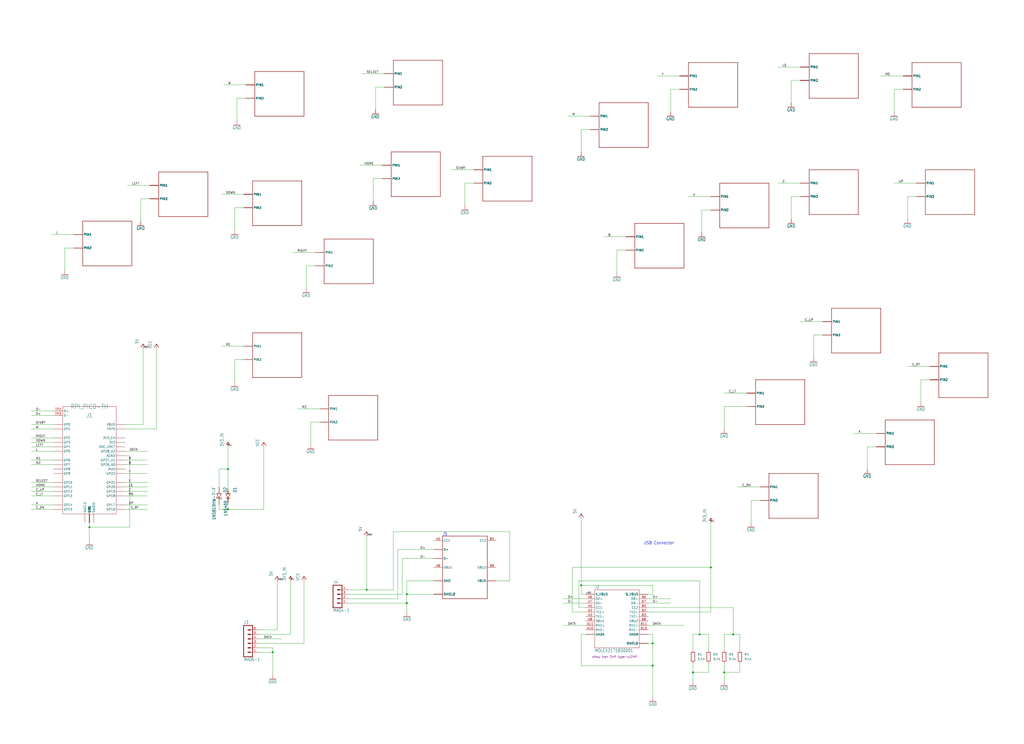
<source format=kicad_sch>
(kicad_sch (version 20230121) (generator eeschema)
  (paper "User" 581.787 422.885)
  (junction (at 403.86 322.58))
  (junction (at 231.14 337.82))
  (junction (at 370.84 378.46))
  (junction (at 129.54 266.7))
  (junction (at 129.54 289.56))
  (junction (at 330.2 332.74))
  (junction (at 411.48 382.27))
  (junction (at 397.51 360.68))
  (junction (at 416.56 360.68))
  (junction (at 393.7 382.27))
  (junction (at 50.8 299.72))
  (junction (at 57.15 748.03))
  (junction (at 370.84 365.76))
  (junction (at 154.94 370.84))
  (junction (at 208.28 335.28))
  (junction (at 231.14 342.9))
  (wire (pts (xy 370.84 360.68) (xy 370.84 365.76)))
  (wire (pts (xy 454.66 104.14) (xy 441.96 104.14)))
  (wire (pts (xy 57.15 745.49) (xy 57.15 748.03)))
  (wire (pts (xy 17.78 276.86) (xy 30.48 276.86)))
  (wire (pts (xy 513.08 50.8) (xy 508 50.8)))
  (wire (pts (xy 80.01 113.03) (xy 80.01 125.73)))
  (wire (pts (xy 325.12 347.98) (xy 332.74 347.98)))
  (wire (pts (xy 181.61 240.03) (xy 176.53 240.03)))
  (wire (pts (xy 138.43 204.47) (xy 133.35 204.47)))
  (wire (pts (xy 80.01 748.03) (xy 57.15 748.03)))
  (wire (pts (xy 246.38 337.82) (xy 231.14 337.82)))
  (wire (pts (xy 520.7 111.76) (xy 515.62 111.76)))
  (wire (pts (xy 36.83 140.97) (xy 36.83 153.67)))
  (wire (pts (xy 424.18 231.14) (xy 411.48 231.14)))
  (wire (pts (xy 77.47 707.39) (xy 80.01 707.39)))
  (wire (pts (xy 223.52 302.26) (xy 289.56 302.26)))
  (wire (pts (xy 370.84 332.74) (xy 370.84 337.82)))
  (wire (pts (xy 212.09 101.6) (xy 212.09 114.3)))
  (wire (pts (xy 449.58 45.72) (xy 449.58 58.42)))
  (wire (pts (xy 90.17 735.33) (xy 77.47 735.33)))
  (wire (pts (xy 420.37 377.19) (xy 420.37 382.27)))
  (wire (pts (xy 231.14 330.2) (xy 246.38 330.2)))
  (wire (pts (xy 454.66 111.76) (xy 449.58 111.76)))
  (wire (pts (xy 154.94 370.84) (xy 154.94 383.54)))
  (wire (pts (xy 165.1 360.68) (xy 147.32 360.68)))
  (wire (pts (xy 370.84 337.82) (xy 368.3 337.82)))
  (wire (pts (xy 416.56 360.68) (xy 420.37 360.68)))
  (wire (pts (xy 320.04 340.36) (xy 332.74 340.36)))
  (wire (pts (xy 289.56 302.26) (xy 289.56 330.2)))
  (wire (pts (xy 328.93 330.2) (xy 397.51 330.2)))
  (wire (pts (xy 181.61 232.41) (xy 168.91 232.41)))
  (wire (pts (xy 129.54 289.56) (xy 124.46 289.56)))
  (wire (pts (xy 289.56 330.2) (xy 281.94 330.2)))
  (wire (pts (xy 147.32 363.22) (xy 160.02 363.22)))
  (wire (pts (xy 411.48 360.68) (xy 416.56 360.68)))
  (wire (pts (xy 368.3 340.36) (xy 381 340.36)))
  (wire (pts (xy 92.71 546.1) (xy 92.71 547.37)))
  (wire (pts (xy 217.17 93.98) (xy 204.47 93.98)))
  (wire (pts (xy 90.17 709.93) (xy 77.47 709.93)))
  (wire (pts (xy 332.74 345.44) (xy 328.93 345.44)))
  (wire (pts (xy 403.86 119.38) (xy 398.78 119.38)))
  (wire (pts (xy 41.91 133.35) (xy 29.21 133.35)))
  (wire (pts (xy 90.17 722.63) (xy 77.47 722.63)))
  (wire (pts (xy 154.94 368.3) (xy 154.94 370.84)))
  (wire (pts (xy 30.48 281.94) (xy 17.78 281.94)))
  (wire (pts (xy 368.3 342.9) (xy 381 342.9)))
  (wire (pts (xy 492.76 254) (xy 492.76 266.7)))
  (wire (pts (xy 269.24 104.14) (xy 264.16 104.14)))
  (wire (pts (xy 403.86 297.18) (xy 403.86 322.58)))
  (wire (pts (xy 173.99 151.13) (xy 173.99 163.83)))
  (wire (pts (xy 350.52 142.24) (xy 350.52 154.94)))
  (wire (pts (xy 80.01 707.39) (xy 80.01 748.03)))
  (wire (pts (xy 398.78 119.38) (xy 398.78 132.08)))
  (wire (pts (xy 30.48 248.92) (xy 17.78 248.92)))
  (wire (pts (xy 228.6 317.5) (xy 246.38 317.5)))
  (wire (pts (xy 176.53 240.03) (xy 176.53 252.73)))
  (wire (pts (xy 30.48 251.46) (xy 17.78 251.46)))
  (wire (pts (xy 17.78 274.32) (xy 30.48 274.32)))
  (wire (pts (xy 420.37 360.68) (xy 420.37 369.57)))
  (wire (pts (xy 402.59 377.19) (xy 402.59 382.27)))
  (wire (pts (xy 381 50.8) (xy 381 63.5)))
  (wire (pts (xy 454.66 45.72) (xy 449.58 45.72)))
  (wire (pts (xy 226.06 340.36) (xy 198.12 340.36)))
  (wire (pts (xy 90.17 727.71) (xy 77.47 727.71)))
  (wire (pts (xy 83.82 276.86) (xy 71.12 276.86)))
  (wire (pts (xy 397.51 330.2) (xy 397.51 360.68)))
  (wire (pts (xy 497.84 246.38) (xy 485.14 246.38)))
  (wire (pts (xy 36.83 697.23) (xy 24.13 697.23)))
  (wire (pts (xy 403.86 111.76) (xy 391.16 111.76)))
  (wire (pts (xy 355.6 134.62) (xy 342.9 134.62)))
  (wire (pts (xy 81.28 198.12) (xy 81.28 241.3)))
  (wire (pts (xy 124.46 289.56) (xy 124.46 287.02)))
  (wire (pts (xy 63.5 476.25) (xy 63.5 477.52)))
  (wire (pts (xy 179.07 143.51) (xy 166.37 143.51)))
  (wire (pts (xy 320.04 342.9) (xy 332.74 342.9)))
  (wire (pts (xy 17.78 243.84) (xy 30.48 243.84)))
  (wire (pts (xy 73.66 259.08) (xy 73.66 299.72)))
  (wire (pts (xy 133.35 204.47) (xy 133.35 217.17)))
  (wire (pts (xy 50.8 297.18) (xy 50.8 299.72)))
  (wire (pts (xy 208.28 335.28) (xy 223.52 335.28)))
  (wire (pts (xy 165.1 330.2) (xy 165.1 360.68)))
  (wire (pts (xy 426.72 284.48) (xy 426.72 297.18)))
  (wire (pts (xy 88.9 243.84) (xy 71.12 243.84)))
  (wire (pts (xy 36.83 712.47) (xy 24.13 712.47)))
  (wire (pts (xy 24.13 725.17) (xy 36.83 725.17)))
  (wire (pts (xy 325.12 322.58) (xy 325.12 347.98)))
  (wire (pts (xy 50.8 299.72) (xy 50.8 307.34)))
  (wire (pts (xy 124.46 266.7) (xy 124.46 276.86)))
  (wire (pts (xy 449.58 111.76) (xy 449.58 124.46)))
  (wire (pts (xy 431.8 284.48) (xy 426.72 284.48)))
  (wire (pts (xy 30.48 241.3) (xy 17.78 241.3)))
  (wire (pts (xy 85.09 113.03) (xy 80.01 113.03)))
  (wire (pts (xy 402.59 382.27) (xy 393.7 382.27)))
  (wire (pts (xy 355.6 142.24) (xy 350.52 142.24)))
  (wire (pts (xy 147.32 370.84) (xy 154.94 370.84)))
  (wire (pts (xy 226.06 312.42) (xy 246.38 312.42)))
  (wire (pts (xy 515.62 111.76) (xy 515.62 124.46)))
  (wire (pts (xy 213.36 49.53) (xy 213.36 62.23)))
  (wire (pts (xy 411.48 360.68) (xy 411.48 369.57)))
  (wire (pts (xy 332.74 360.68) (xy 330.2 360.68)))
  (wire (pts (xy 36.83 702.31) (xy 24.13 702.31)))
  (wire (pts (xy 172.72 330.2) (xy 172.72 365.76)))
  (wire (pts (xy 83.82 279.4) (xy 71.12 279.4)))
  (wire (pts (xy 30.48 287.02) (xy 17.78 287.02)))
  (wire (pts (xy 228.6 337.82) (xy 198.12 337.82)))
  (wire (pts (xy 129.54 266.7) (xy 129.54 279.4)))
  (wire (pts (xy 83.82 274.32) (xy 71.12 274.32)))
  (wire (pts (xy 411.48 377.19) (xy 411.48 382.27)))
  (wire (pts (xy 330.2 294.64) (xy 330.2 332.74)))
  (wire (pts (xy 36.83 689.61) (xy 24.13 689.61)))
  (wire (pts (xy 528.32 208.28) (xy 515.62 208.28)))
  (wire (pts (xy 226.06 340.36) (xy 226.06 312.42)))
  (wire (pts (xy 420.37 382.27) (xy 411.48 382.27)))
  (wire (pts (xy 30.48 289.56) (xy 17.78 289.56)))
  (wire (pts (xy 231.14 342.9) (xy 198.12 342.9)))
  (wire (pts (xy 88.9 198.12) (xy 88.9 243.84)))
  (wire (pts (xy 83.82 261.62) (xy 71.12 261.62)))
  (wire (pts (xy 368.3 355.6) (xy 388.62 355.6)))
  (wire (pts (xy 71.12 259.08) (xy 73.66 259.08)))
  (wire (pts (xy 424.18 223.52) (xy 411.48 223.52)))
  (wire (pts (xy 71.12 256.54) (xy 83.82 256.54)))
  (wire (pts (xy 36.83 730.25) (xy 24.13 730.25)))
  (wire (pts (xy 36.83 709.93) (xy 24.13 709.93)))
  (wire (pts (xy 157.48 358.14) (xy 147.32 358.14)))
  (wire (pts (xy 332.74 337.82) (xy 330.2 337.82)))
  (wire (pts (xy 138.43 196.85) (xy 125.73 196.85)))
  (wire (pts (xy 30.48 264.16) (xy 17.78 264.16)))
  (wire (pts (xy 368.3 365.76) (xy 370.84 365.76)))
  (wire (pts (xy 83.82 281.94) (xy 71.12 281.94)))
  (wire (pts (xy 411.48 382.27) (xy 411.48 387.35)))
  (wire (pts (xy 129.54 289.56) (xy 149.86 289.56)))
  (wire (pts (xy 129.54 254) (xy 129.54 266.7)))
  (wire (pts (xy 90.17 730.25) (xy 77.47 730.25)))
  (wire (pts (xy 87.63 692.15) (xy 77.47 692.15)))
  (wire (pts (xy 231.14 342.9) (xy 231.14 347.98)))
  (wire (pts (xy 83.82 269.24) (xy 71.12 269.24)))
  (wire (pts (xy 386.08 50.8) (xy 381 50.8)))
  (wire (pts (xy 147.32 368.3) (xy 154.94 368.3)))
  (wire (pts (xy 335.28 73.66) (xy 330.2 73.66)))
  (wire (pts (xy 223.52 335.28) (xy 223.52 302.26)))
  (wire (pts (xy 467.36 190.5) (xy 462.28 190.5)))
  (wire (pts (xy 129.54 266.7) (xy 124.46 266.7)))
  (wire (pts (xy 30.48 236.22) (xy 17.78 236.22)))
  (wire (pts (xy 134.62 55.88) (xy 134.62 68.58)))
  (wire (pts (xy 330.2 332.74) (xy 370.84 332.74)))
  (wire (pts (xy 30.48 256.54) (xy 17.78 256.54)))
  (wire (pts (xy 264.16 104.14) (xy 264.16 116.84)))
  (wire (pts (xy 403.86 322.58) (xy 325.12 322.58)))
  (wire (pts (xy 403.86 322.58) (xy 403.86 347.98)))
  (wire (pts (xy 149.86 254) (xy 149.86 289.56)))
  (wire (pts (xy 228.6 317.5) (xy 228.6 337.82)))
  (wire (pts (xy 41.91 140.97) (xy 36.83 140.97)))
  (wire (pts (xy 87.63 681.99) (xy 87.63 692.15)))
  (wire (pts (xy 83.82 264.16) (xy 71.12 264.16)))
  (wire (pts (xy 157.48 330.2) (xy 157.48 358.14)))
  (wire (pts (xy 172.72 365.76) (xy 147.32 365.76)))
  (wire (pts (xy 138.43 118.11) (xy 133.35 118.11)))
  (wire (pts (xy 508 50.8) (xy 508 63.5)))
  (wire (pts (xy 217.17 101.6) (xy 212.09 101.6)))
  (wire (pts (xy 393.7 360.68) (xy 397.51 360.68)))
  (wire (pts (xy 431.8 276.86) (xy 419.1 276.86)))
  (wire (pts (xy 454.66 38.1) (xy 441.96 38.1)))
  (wire (pts (xy 416.56 345.44) (xy 416.56 360.68)))
  (wire (pts (xy 402.59 360.68) (xy 402.59 369.57)))
  (wire (pts (xy 90.17 717.55) (xy 77.47 717.55)))
  (wire (pts (xy 83.82 287.02) (xy 71.12 287.02)))
  (wire (pts (xy 368.3 360.68) (xy 370.84 360.68)))
  (wire (pts (xy 523.24 215.9) (xy 523.24 228.6)))
  (wire (pts (xy 30.48 233.68) (xy 17.78 233.68)))
  (wire (pts (xy 330.2 360.68) (xy 330.2 378.46)))
  (wire (pts (xy 138.43 110.49) (xy 125.73 110.49)))
  (wire (pts (xy 370.84 365.76) (xy 370.84 378.46)))
  (wire (pts (xy 462.28 190.5) (xy 462.28 203.2)))
  (wire (pts (xy 528.32 215.9) (xy 523.24 215.9)))
  (wire (pts (xy 30.48 279.4) (xy 17.78 279.4)))
  (wire (pts (xy 81.28 241.3) (xy 71.12 241.3)))
  (wire (pts (xy 77.47 737.87) (xy 90.17 737.87)))
  (wire (pts (xy 231.14 330.2) (xy 231.14 337.82)))
  (wire (pts (xy 129.54 284.48) (xy 129.54 289.56)))
  (wire (pts (xy 24.13 722.63) (xy 36.83 722.63)))
  (wire (pts (xy 36.83 699.77) (xy 24.13 699.77)))
  (wire (pts (xy 467.36 182.88) (xy 454.66 182.88)))
  (wire (pts (xy 269.24 96.52) (xy 256.54 96.52)))
  (wire (pts (xy 24.13 715.01) (xy 36.83 715.01)))
  (wire (pts (xy 90.17 712.47) (xy 77.47 712.47)))
  (wire (pts (xy 393.7 377.19) (xy 393.7 382.27)))
  (wire (pts (xy 208.28 304.8) (xy 208.28 335.28)))
  (wire (pts (xy 71.12 289.56) (xy 83.82 289.56)))
  (wire (pts (xy 208.28 335.28) (xy 198.12 335.28)))
  (wire (pts (xy 218.44 41.91) (xy 205.74 41.91)))
  (wire (pts (xy 36.83 704.85) (xy 24.13 704.85)))
  (wire (pts (xy 403.86 347.98) (xy 368.3 347.98)))
  (wire (pts (xy 520.7 104.14) (xy 508 104.14)))
  (wire (pts (xy 36.83 737.87) (xy 24.13 737.87)))
  (wire (pts (xy 320.04 355.6) (xy 332.74 355.6)))
  (wire (pts (xy 411.48 231.14) (xy 411.48 243.84)))
  (wire (pts (xy 231.14 337.82) (xy 231.14 342.9)))
  (wire (pts (xy 133.35 118.11) (xy 133.35 130.81)))
  (wire (pts (xy 368.3 345.44) (xy 416.56 345.44)))
  (wire (pts (xy 85.09 105.41) (xy 72.39 105.41)))
  (wire (pts (xy 139.7 48.26) (xy 127 48.26)))
  (wire (pts (xy 397.51 360.68) (xy 402.59 360.68)))
  (wire (pts (xy 218.44 49.53) (xy 213.36 49.53)))
  (wire (pts (xy 330.2 337.82) (xy 330.2 332.74)))
  (wire (pts (xy 335.28 66.04) (xy 322.58 66.04)))
  (wire (pts (xy 370.84 378.46) (xy 370.84 396.24)))
  (wire (pts (xy 30.48 261.62) (xy 17.78 261.62)))
  (wire (pts (xy 393.7 360.68) (xy 393.7 369.57)))
  (wire (pts (xy 513.08 43.18) (xy 500.38 43.18)))
  (wire (pts (xy 24.13 692.15) (xy 36.83 692.15)))
  (wire (pts (xy 139.7 55.88) (xy 134.62 55.88)))
  (wire (pts (xy 497.84 254) (xy 492.76 254)))
  (wire (pts (xy 179.07 151.13) (xy 173.99 151.13)))
  (wire (pts (xy 330.2 73.66) (xy 330.2 86.36)))
  (wire (pts (xy 393.7 382.27) (xy 393.7 387.35)))
  (wire (pts (xy 73.66 299.72) (xy 50.8 299.72)))
  (wire (pts (xy 330.2 378.46) (xy 370.84 378.46)))
  (wire (pts (xy 36.83 735.33) (xy 24.13 735.33)))
  (wire (pts (xy 328.93 345.44) (xy 328.93 330.2)))
  (wire (pts (xy 36.83 727.71) (xy 24.13 727.71)))
  (wire (pts (xy 30.48 254) (xy 17.78 254)))
  (wire (pts (xy 57.15 748.03) (xy 57.15 755.65)))
  (wire (pts (xy 90.17 725.17) (xy 77.47 725.17)))
  (wire (pts (xy 386.08 43.18) (xy 373.38 43.18)))
  (text "J5" (at 251.46 304.8 0) (effects (font (size 1.778 1.5113)) (justify left bottom)))
  (text "USB Connector" (at 365.76 309.88 0) (effects (font (size 1.778 1.5113)) (justify left bottom)))
  (label "LEFT" (at 20.32 254 0) (effects (font (size 1.2446 1.2446))))
  (label "MS" (at 79.375 730.25 0) (effects (font (size 1.2446 1.2446))))
  (label "SELECT" (at 208.28 41.91 0) (effects (font (size 1.2446 1.2446))))
  (label "R" (at 73.025 261.62 0) (effects (font (size 1.2446 1.2446))))
  (label "START" (at 20.32 241.3 0) (effects (font (size 1.2446 1.2446))))
  (label "C_LT" (at 26.67 730.25 0) (effects (font (size 1.2446 1.2446))))
  (label "D+" (at 322.58 340.36 0) (effects (font (size 1.2446 1.2446))))
  (label "M2" (at 171.45 232.41 0) (effects (font (size 1.2446 1.2446))))
  (label "HOME" (at 26.67 725.17 0) (effects (font (size 1.2446 1.2446))))
  (label "C_UP" (at 26.67 727.71 0) (effects (font (size 1.2446 1.2446))))
  (label "Z" (at 79.375 727.71 0) (effects (font (size 1.2446 1.2446))))
  (label "LEFT" (at 74.93 105.41 0) (effects (font (size 1.2446 1.2446))))
  (label "C_UP" (at 457.2 182.88 0) (effects (font (size 1.2446 1.2446))))
  (label "DOWN" (at 20.32 251.46 0) (effects (font (size 1.2446 1.2446))))
  (label "DOWN" (at 128.27 110.49 0) (effects (font (size 1.2446 1.2446))))
  (label "D-" (at 322.58 342.9 0) (effects (font (size 1.2446 1.2446))))
  (label "B" (at 345.44 134.62 0) (effects (font (size 1.2446 1.2446))))
  (label "DOWN" (at 26.67 699.77 0) (effects (font (size 1.2446 1.2446))))
  (label "X" (at 79.375 722.63 0) (effects (font (size 1.2446 1.2446))))
  (label "SELECT" (at 20.32 274.32 0) (effects (font (size 1.2446 1.2446))))
  (label "DATA" (at 149.86 363.22 0) (effects (font (size 1.2446 1.2446))))
  (label "M2" (at 20.32 264.16 0) (effects (font (size 1.2446 1.2446))))
  (label "+5V" (at 81.28 198.12 0) (effects (font (size 1.016 1.016))))
  (label "DATA" (at 370.84 355.6 0) (effects (font (size 1.2446 1.2446))))
  (label "C_LT" (at 414.02 223.52 0) (effects (font (size 1.2446 1.2446))))
  (label "W" (at 20.32 243.84 0) (effects (font (size 1.2446 1.2446))))
  (label "W" (at 129.54 48.26 0) (effects (font (size 1.2446 1.2446))))
  (label "M1" (at 20.32 261.62 0) (effects (font (size 1.2446 1.2446))))
  (label "B" (at 73.025 264.16 0) (effects (font (size 1.2446 1.2446))))
  (label "D-" (at 238.76 317.5 0) (effects (font (size 1.2446 1.2446))))
  (label "C_LT" (at 20.32 281.94 0) (effects (font (size 1.2446 1.2446))))
  (label "X" (at 73.025 274.32 0) (effects (font (size 1.2446 1.2446))))
  (label "MS" (at 73.025 281.94 0) (effects (font (size 1.2446 1.2446))))
  (label "Z" (at 73.025 279.4 0) (effects (font (size 1.2446 1.2446))))
  (label "C_UP" (at 20.32 279.4 0) (effects (font (size 1.2446 1.2446))))
  (label "DATA" (at 322.58 355.6 0) (effects (font (size 1.2446 1.2446))))
  (label "+5V" (at 332.74 337.82 0) (effects (font (size 1.016 1.016))))
  (label "UP" (at 510.54 104.14 0) (effects (font (size 1.2446 1.2446))))
  (label "X" (at 393.7 111.76 0) (effects (font (size 1.2446 1.2446))))
  (label "D+" (at 238.76 312.42 0) (effects (font (size 1.2446 1.2446))))
  (label "A" (at 20.32 287.02 0) (effects (font (size 1.2446 1.2446))))
  (label "LS" (at 79.375 725.17 0) (effects (font (size 1.2446 1.2446))))
  (label "C_DN" (at 26.67 737.87 0) (effects (font (size 1.2446 1.2446))))
  (label "M1" (at 128.27 196.85 0) (effects (font (size 1.2446 1.2446))))
  (label "Y" (at 79.375 717.55 0) (effects (font (size 1.2446 1.2446))))
  (label "C_RT" (at 518.16 208.28 0) (effects (font (size 1.2446 1.2446))))
  (label "LS" (at 73.025 276.86 0) (effects (font (size 1.2446 1.2446))))
  (label "START" (at 26.67 689.61 0) (effects (font (size 1.2446 1.2446))))
  (label "UP" (at 79.375 735.33 0) (effects (font (size 1.2446 1.2446))))
  (label "C_RT" (at 80.645 737.87 0) (effects (font (size 1.2446 1.2446))))
  (label "+5V" (at 157.48 330.2 0) (effects (font (size 1.016 1.016))))
  (label "D-" (at 370.84 342.9 0) (effects (font (size 1.2446 1.2446))))
  (label "LS" (at 444.5 38.1 0) (effects (font (size 1.2446 1.2446))))
  (label "D+" (at 370.84 340.36 0) (effects (font (size 1.2446 1.2446))))
  (label "R" (at 325.12 66.04 0) (effects (font (size 1.2446 1.2446))))
  (label "B" (at 79.375 712.47 0) (effects (font (size 1.2446 1.2446))))
  (label "L" (at 26.67 704.85 0) (effects (font (size 1.2446 1.2446))))
  (label "LEFT" (at 26.67 702.31 0) (effects (font (size 1.2446 1.2446))))
  (label "C_DN" (at 20.32 289.56 0) (effects (font (size 1.2446 1.2446))))
  (label "M2" (at 26.67 712.47 0) (effects (font (size 1.2446 1.2446))))
  (label "C_DN" (at 421.64 276.86 0) (effects (font (size 1.2446 1.2446))))
  (label "Y" (at 73.025 269.24 0) (effects (font (size 1.2446 1.2446))))
  (label "RIGHT" (at 168.91 143.51 0) (effects (font (size 1.2446 1.2446))))
  (label "V+" (at 165.1 330.2 0) (effects (font (size 1.016 1.016))))
  (label "L" (at 20.32 256.54 0) (effects (font (size 1.2446 1.2446))))
  (label "START" (at 259.08 96.52 0) (effects (font (size 1.2446 1.2446))))
  (label "A" (at 26.67 735.33 0) (effects (font (size 1.2446 1.2446))))
  (label "V+" (at 129.54 254 0) (effects (font (size 1.016 1.016))))
  (label "R" (at 79.375 709.93 0) (effects (font (size 1.2446 1.2446))))
  (label "W" (at 26.67 692.15 0) (effects (font (size 1.2446 1.2446))))
  (label "A" (at 487.68 246.38 0) (effects (font (size 1.2446 1.2446))))
  (label "M1" (at 26.67 709.93 0) (effects (font (size 1.2446 1.2446))))
  (label "SELECT" (at 26.67 722.63 0) (effects (font (size 1.2446 1.2446))))
  (label "V+" (at 403.86 297.18 0) (effects (font (size 1.016 1.016))))
  (label "C_RT" (at 74.295 289.56 0) (effects (font (size 1.2446 1.2446))))
  (label "HOME" (at 20.32 276.86 0) (effects (font (size 1.2446 1.2446))))
  (label "RIGHT" (at 20.32 248.92 0) (effects (font (size 1.2446 1.2446))))
  (label "Z" (at 444.5 104.14 0) (effects (font (size 1.2446 1.2446))))
  (label "L" (at 31.75 133.35 0) (effects (font (size 1.2446 1.2446))))
  (label "UP" (at 73.025 287.02 0) (effects (font (size 1.2446 1.2446))))
  (label "D+" (at 20.32 236.22 0) (effects (font (size 1.2446 1.2446))))
  (label "HOME" (at 207.01 93.98 0) (effects (font (size 1.2446 1.2446))))
  (label "Y" (at 375.92 43.18 0) (effects (font (size 1.2446 1.2446))))
  (label "+5V" (at 87.63 681.99 0) (effects (font (size 1.016 1.016))))
  (label "D-" (at 20.32 233.68 0) (effects (font (size 1.2446 1.2446))))
  (label "DATA" (at 73.66 256.54 0) (effects (font (size 1.2446 1.2446))))
  (label "+5V" (at 208.28 304.8 0) (effects (font (size 1.016 1.016))))
  (label "RIGHT" (at 26.67 697.23 0) (effects (font (size 1.2446 1.2446))))
  (label "MS" (at 502.92 43.18 0) (effects (font (size 1.2446 1.2446))))
  (global_label "LED21" (shape input) (at 411.48 500.38 180) (property "Intersheetrefs" "${INTERSHEET_REFS}" (effects hide)))
  (global_label "LED10" (shape input) (at 135.89 552.45 0) (property "Intersheetrefs" "${INTERSHEET_REFS}" (effects hide)))
  (global_label "LED2" (shape input) (at 71.12 483.87 0) (property "Intersheetrefs" "${INTERSHEET_REFS}" (effects hide)))
  (global_label "LED13" (shape input) (at 185.42 538.48 0) (property "Intersheetrefs" "${INTERSHEET_REFS}" (effects hide)))
  (global_label "5V" (shape input) (at 421.64 579.12 90) (property "Intersheetrefs" "${INTERSHEET_REFS}" (effects hide)))
  (global_label "LED27" (shape input) (at 414.02 586.74 180) (property "Intersheetrefs" "${INTERSHEET_REFS}" (effects hide)))
  (global_label "LED43" (shape input) (at 360.68 814.07 0) (property "Intersheetrefs" "${INTERSHEET_REFS}" (effects hide)))
  (global_label "LED32" (shape input) (at 351.79 586.74 0) (property "Intersheetrefs" "${INTERSHEET_REFS}" (effects hide)))
  (global_label "LED25" (shape input) (at 453.39 586.74 180) (property "Intersheetrefs" "${INTERSHEET_REFS}" (effects hide)))
  (global_label "LED19" (shape input) (at 339.09 534.67 0) (property "Intersheetrefs" "${INTERSHEET_REFS}" (effects hide)))
  (global_label "LED12" (shape input) (at 186.69 506.73 0) (property "Intersheetrefs" "${INTERSHEET_REFS}" (effects hide)))
  (global_label "LED42" (shape input) (at 345.44 814.07 180) (property "Intersheetrefs" "${INTERSHEET_REFS}" (effects hide)))
  (global_label "5V" (shape input) (at 419.1 523.24 90) (property "Intersheetrefs" "${INTERSHEET_REFS}" (effects hide)))
  (global_label "5V" (shape input) (at 421.64 608.33 90) (property "Intersheetrefs" "${INTERSHEET_REFS}" (effects hide)))
  (global_label "LED15" (shape input) (at 255.27 572.77 180) (property "Intersheetrefs" "${INTERSHEET_REFS}" (effects hide)))
  (global_label "LED18" (shape input) (at 339.09 499.11 0) (property "Intersheetrefs" "${INTERSHEET_REFS}" (effects hide)))
  (global_label "LED36" (shape input) (at 406.4 697.23 0) (property "Intersheetrefs" "${INTERSHEET_REFS}" (effects hide)))
  (global_label "5V" (shape input) (at 331.47 527.05 90) (property "Intersheetrefs" "${INTERSHEET_REFS}" (effects hide)))
  (global_label "LED21" (shape input) (at 384.81 530.86 0) (property "Intersheetrefs" "${INTERSHEET_REFS}" (effects hide)))
  (global_label "LED34" (shape input) (at 369.57 713.74 0) (property "Intersheetrefs" "${INTERSHEET_REFS}" (effects hide)))
  (global_label "LED24" (shape input) (at 449.58 532.13 180) (property "Intersheetrefs" "${INTERSHEET_REFS}" (effects hide)))
  (global_label "LED5" (shape input) (at 25.4 610.87 0) (property "Intersheetrefs" "${INTERSHEET_REFS}" (effects hide)))
  (global_label "5V" (shape input) (at 398.78 689.61 90) (property "Intersheetrefs" "${INTERSHEET_REFS}" (effects hide)))
  (global_label "LED29" (shape input) (at 374.65 586.74 180) (property "Intersheetrefs" "${INTERSHEET_REFS}" (effects hide)))
  (global_label "LED40" (shape input) (at 389.89 795.02 180) (property "Intersheetrefs" "${INTERSHEET_REFS}" (effects hide)))
  (global_label "LED5" (shape input) (at 45.72 556.26 180) (property "Intersheetrefs" "${INTERSHEET_REFS}" (effects hide)))
  (global_label "LED42" (shape input) (at 359.41 784.86 0) (property "Intersheetrefs" "${INTERSHEET_REFS}" (effects hide)))
  (global_label "LED3" (shape input) (at 11.43 579.12 180) (property "Intersheetrefs" "${INTERSHEET_REFS}" (effects hide)))
  (global_label "LED4" (shape input) (at 10.16 610.87 180) (property "Intersheetrefs" "${INTERSHEET_REFS}" (effects hide)))
  (global_label "5V" (shape input) (at 353.06 806.45 90) (property "Intersheetrefs" "${INTERSHEET_REFS}" (effects hide)))
  (global_label "LED31" (shape input) (at 336.55 586.74 180) (property "Intersheetrefs" "${INTERSHEET_REFS}" (effects hide)))
  (global_label "LED10" (shape input) (at 120.65 588.01 180) (property "Intersheetrefs" "${INTERSHEET_REFS}" (effects hide)))
  (global_label "LED2" (shape input) (at 55.88 515.62 180) (property "Intersheetrefs" "${INTERSHEET_REFS}" (effects hide)))
  (global_label "LED24" (shape input) (at 464.82 499.11 0) (property "Intersheetrefs" "${INTERSHEET_REFS}" (effects hide)))
  (global_label "LED1" (shape input) (at 55.88 483.87 180) (property "Intersheetrefs" "${INTERSHEET_REFS}" (effects hide)))
  (global_label "LED30" (shape input) (at 389.89 586.74 0) (property "Intersheetrefs" "${INTERSHEET_REFS}" (effects hide)))
  (global_label "5V" (shape input) (at 397.51 787.4 90) (property "Intersheetrefs" "${INTERSHEET_REFS}" (effects hide)))
  (global_label "LED8" (shape input) (at 83.82 588.01 180) (property "Intersheetrefs" "${INTERSHEET_REFS}" (effects hide)))
  (global_label "LED45" (shape input) (at 210.82 736.6 0) (property "Intersheetrefs" "${INTERSHEET_REFS}" (effects hide)))
  (global_label "LED4" (shape input) (at 26.67 579.12 0) (property "Intersheetrefs" "${INTERSHEET_REFS}" (effects hide)))
  (global_label "5V" (shape input) (at 260.35 596.9 90) (property "Intersheetrefs" "${INTERSHEET_REFS}" (effects hide)))
  (global_label "LED37" (shape input) (at 406.4 728.98 0) (property "Intersheetrefs" "${INTERSHEET_REFS}" (effects hide)))
  (global_label "LED19" (shape input) (at 369.57 499.11 180) (property "Intersheetrefs" "${INTERSHEET_REFS}" (effects hide)))
  (global_label "5V" (shape input) (at 218.44 497.84 90) (property "Intersheetrefs" "${INTERSHEET_REFS}" (effects hide)))
  (global_label "LED41" (shape input) (at 405.13 795.02 0) (property "Intersheetrefs" "${INTERSHEET_REFS}" (effects hide)))
  (global_label "LED40" (shape input) (at 403.86 765.81 0) (property "Intersheetrefs" "${INTERSHEET_REFS}" (effects hide)))
  (global_label "5V" (shape input) (at 457.2 491.49 90) (property "Intersheetrefs" "${INTERSHEET_REFS}" (effects hide)))
  (global_label "5V" (shape input) (at 361.95 706.12 90) (property "Intersheetrefs" "${INTERSHEET_REFS}" (effects hide)))
  (global_label "LED35" (shape input) (at 391.16 697.23 180) (property "Intersheetrefs" "${INTERSHEET_REFS}" (effects hide)))
  (global_label "5V" (shape input) (at 345.44 610.87 90) (property "Intersheetrefs" "${INTERSHEET_REFS}" (effects hide)))
  (global_label "LED41" (shape input) (at 344.17 784.86 180) (property "Intersheetrefs" "${INTERSHEET_REFS}" (effects hide)))
  (global_label "LED32" (shape input) (at 337.82 618.49 180) (property "Intersheetrefs" "${INTERSHEET_REFS}" (effects hide)))
  (global_label "LED23" (shape input) (at 449.58 499.11 180) (property "Intersheetrefs" "${INTERSHEET_REFS}" (effects hide)))
  (global_label "LED16" (shape input) (at 252.73 604.52 180) (property "Intersheetrefs" "${INTERSHEET_REFS}" (effects hide)))
  (global_label "5V" (shape input) (at 128.27 580.39 90) (property "Intersheetrefs" "${INTERSHEET_REFS}" (effects hide)))
  (global_label "5V" (shape input) (at 177.8 530.86 90) (property "Intersheetrefs" "${INTERSHEET_REFS}" (effects hide)))
  (global_label "LED33" (shape input) (at 354.33 713.74 180) (property "Intersheetrefs" "${INTERSHEET_REFS}" (effects hide)))
  (global_label "5V" (shape input) (at 179.07 499.11 90) (property "Intersheetrefs" "${INTERSHEET_REFS}" (effects hide)))
  (global_label "LED11" (shape input) (at 135.89 588.01 0) (property "Intersheetrefs" "${INTERSHEET_REFS}" (effects hide)))
  (global_label "LED9" (shape input) (at 120.65 552.45 180) (property "Intersheetrefs" "${INTERSHEET_REFS}" (effects hide)))
  (global_label "LED30" (shape input) (at 374.65 618.49 180) (property "Intersheetrefs" "${INTERSHEET_REFS}" (effects hide)))
  (global_label "5V" (shape input) (at 396.24 758.19 90) (property "Intersheetrefs" "${INTERSHEET_REFS}" (effects hide)))
  (global_label "5V" (shape input) (at 377.19 491.49 90) (property "Intersheetrefs" "${INTERSHEET_REFS}" (effects hide)))
  (global_label "5V" (shape input) (at 351.79 777.24 90) (property "Intersheetrefs" "${INTERSHEET_REFS}" (effects hide)))
  (global_label "5V" (shape input) (at 461.01 579.12 90) (property "Intersheetrefs" "${INTERSHEET_REFS}" (effects hide)))
  (global_label "LED28" (shape input) (at 429.26 586.74 0) (property "Intersheetrefs" "${INTERSHEET_REFS}" (effects hide)))
  (global_label "LED27" (shape input) (at 468.63 617.22 0) (property "Intersheetrefs" "${INTERSHEET_REFS}" (effects hide)))
  (global_label "LED44" (shape input) (at 209.55 703.58 0) (property "Intersheetrefs" "${INTERSHEET_REFS}" (effects hide)))
  (global_label "LED43" (shape input) (at 194.31 703.58 180) (property "Intersheetrefs" "${INTERSHEET_REFS}" (effects hide)))
  (global_label "LED3" (shape input) (at 71.12 515.62 0) (property "Intersheetrefs" "${INTERSHEET_REFS}" (effects hide)))
  (global_label "LED20" (shape input) (at 384.81 499.11 0) (property "Intersheetrefs" "${INTERSHEET_REFS}" (effects hide)))
  (global_label "LED13" (shape input) (at 210.82 505.46 180) (property "Intersheetrefs" "${INTERSHEET_REFS}" (effects hide)))
  (global_label "5V" (shape input) (at 17.78 603.25 90) (property "Intersheetrefs" "${INTERSHEET_REFS}" (effects hide)))
  (global_label "LED15" (shape input) (at 224.79 537.21 0) (property "Intersheetrefs" "${INTERSHEET_REFS}" (effects hide)))
  (global_label "LED36" (shape input) (at 391.16 728.98 180) (property "Intersheetrefs" "${INTERSHEET_REFS}" (effects hide)))
  (global_label "5V" (shape input) (at 201.93 695.96 90) (property "Intersheetrefs" "${INTERSHEET_REFS}" (effects hide)))
  (global_label "5V" (shape input) (at 163.83 693.42 90) (property "Intersheetrefs" "${INTERSHEET_REFS}" (effects hide)))
  (global_label "LED31" (shape input) (at 389.89 618.49 0) (property "Intersheetrefs" "${INTERSHEET_REFS}" (effects hide)))
  (global_label "LED7" (shape input) (at 85.09 553.72 180) (property "Intersheetrefs" "${INTERSHEET_REFS}" (effects hide)))
  (global_label "5V" (shape input) (at 217.17 529.59 90) (property "Intersheetrefs" "${INTERSHEET_REFS}" (effects hide)))
  (global_label "5V" (shape input) (at 382.27 610.87 90) (property "Intersheetrefs" "${INTERSHEET_REFS}" (effects hide)))
  (global_label "LED6" (shape input) (at 60.96 556.26 0) (property "Intersheetrefs" "${INTERSHEET_REFS}" (effects hide)))
  (global_label "LED20" (shape input) (at 369.57 530.86 180) (property "Intersheetrefs" "${INTERSHEET_REFS}" (effects hide)))
  (global_label "LED14" (shape input) (at 209.55 537.21 180) (property "Intersheetrefs" "${INTERSHEET_REFS}" (effects hide)))
  (global_label "5V" (shape input) (at 91.44 580.39 90) (property "Intersheetrefs" "${INTERSHEET_REFS}" (effects hide)))
  (global_label "LED22" (shape input) (at 411.48 530.86 180) (property "Intersheetrefs" "${INTERSHEET_REFS}" (effects hide)))
  (global_label "LED18" (shape input) (at 323.85 534.67 180) (property "Intersheetrefs" "${INTERSHEET_REFS}" (effects hide)))
  (global_label "5V" (shape input) (at 344.17 579.12 90) (property "Intersheetrefs" "${INTERSHEET_REFS}" (effects hide)))
  (global_label "LED34" (shape input) (at 353.06 744.22 180) (property "Intersheetrefs" "${INTERSHEET_REFS}" (effects hide)))
  (global_label "5V" (shape input) (at 53.34 548.64 90) (property "Intersheetrefs" "${INTERSHEET_REFS}" (effects hide)))
  (global_label "LED46" (shape input) (at 170.18 670.56 0) (property "Intersheetrefs" "${INTERSHEET_REFS}" (effects hide)))
  (global_label "LED26" (shape input) (at 468.63 586.74 0) (property "Intersheetrefs" "${INTERSHEET_REFS}" (effects hide)))
  (global_label "LED1" (shape input) (at 36.83 717.55 180) (property "Intersheetrefs" "${INTERSHEET_REFS}" (effects hide)))
  (global_label "5V" (shape input) (at 435.61 740.41 90) (property "Intersheetrefs" "${INTERSHEET_REFS}" (effects hide)))
  (global_label "LED17" (shape input) (at 323.85 499.11 180) (property "Intersheetrefs" "${INTERSHEET_REFS}" (effects hide)))
  (global_label "LED23" (shape input) (at 426.72 530.86 0) (property "Intersheetrefs" "${INTERSHEET_REFS}" (effects hide)))
  (global_label "5V" (shape input) (at 377.19 523.24 90) (property "Intersheetrefs" "${INTERSHEET_REFS}" (effects hide)))
  (global_label "LED26" (shape input) (at 453.39 617.22 180) (property "Intersheetrefs" "${INTERSHEET_REFS}" (effects hide)))
  (global_label "5V" (shape input) (at 382.27 579.12 90) (property "Intersheetrefs" "${INTERSHEET_REFS}" (effects hide)))
  (global_label "LED11" (shape input) (at 171.45 506.73 180) (property "Intersheetrefs" "${INTERSHEET_REFS}" (effects hide)))
  (global_label "LED35" (shape input) (at 368.3 744.22 0) (property "Intersheetrefs" "${INTERSHEET_REFS}" (effects hide)))
  (global_label "LED45" (shape input) (at 154.94 670.56 180) (property "Intersheetrefs" "${INTERSHEET_REFS}" (effects hide)))
  (global_label "5V" (shape input) (at 360.68 736.6 90) (property "Intersheetrefs" "${INTERSHEET_REFS}" (effects hide)))
  (global_label "LED29" (shape input) (at 429.26 615.95 0) (property "Intersheetrefs" "${INTERSHEET_REFS}" (effects hide)))
  (global_label "5V" (shape input) (at 398.78 721.36 90) (property "Intersheetrefs" "${INTERSHEET_REFS}" (effects hide)))
  (global_label "LED37" (shape input) (at 427.99 748.03 180) (property "Intersheetrefs" "${INTERSHEET_REFS}" (effects hide)))
  (global_label "LED9" (shape input) (at 99.06 588.01 0) (property "Intersheetrefs" "${INTERSHEET_REFS}" (effects hide)))
  (global_label "5V" (shape input) (at 63.5 476.25 90) (property "Intersheetrefs" "${INTERSHEET_REFS}" (effects hide)))
  (global_label "5V" (shape input) (at 419.1 492.76 90) (property "Intersheetrefs" "${INTERSHEET_REFS}" (effects hide)))
  (global_label "5V" (shape input) (at 92.71 546.1 90) (property "Intersheetrefs" "${INTERSHEET_REFS}" (effects hide)))
  (global_label "5V" (shape input) (at 262.89 565.15 90) (property "Intersheetrefs" "${INTERSHEET_REFS}" (effects hide)))
  (global_label "5V" (shape input) (at 203.2 728.98 90) (property "Intersheetrefs" "${INTERSHEET_REFS}" (effects hide)))
  (global_label "LED28" (shape input) (at 414.02 615.95 180) (property "Intersheetrefs" "${INTERSHEET_REFS}" (effects hide)))
  (global_label "LED38" (shape input) (at 429.26 777.24 180) (property "Intersheetrefs" "${INTERSHEET_REFS}" (effects hide)))
  (global_label "LED7" (shape input) (at 60.96 593.09 0) (property "Intersheetrefs" "${INTERSHEET_REFS}" (effects hide)))
  (global_label "LED33" (shape input) (at 353.06 618.49 0) (property "Intersheetrefs" "${INTERSHEET_REFS}" (effects hide)))
  (global_label "5V" (shape input) (at 63.5 508 90) (property "Intersheetrefs" "${INTERSHEET_REFS}" (effects hide)))
  (global_label "5V" (shape input) (at 331.47 491.49 90) (property "Intersheetrefs" "${INTERSHEET_REFS}" (effects hide)))
  (global_label "LED8" (shape input) (at 100.33 553.72 0) (property "Intersheetrefs" "${INTERSHEET_REFS}" (effects hide)))
  (global_label "LED39" (shape input) (at 388.62 765.81 180) (property "Intersheetrefs" "${INTERSHEET_REFS}" (effects hide)))
  (global_label "LED16" (shape input) (at 270.51 572.77 0) (property "Intersheetrefs" "${INTERSHEET_REFS}" (effects hide)))
  (global_label "LED17" (shape input) (at 267.97 604.52 0) (property "Intersheetrefs" "${INTERSHEET_REFS}" (effects hide)))
  (global_label "LED39" (shape input) (at 444.5 777.24 0) (property "Intersheetrefs" "${INTERSHEET_REFS}" (effects hide)))
  (global_label "5V" (shape input) (at 162.56 662.94 90) (property "Intersheetrefs" "${INTERSHEET_REFS}" (effects hide)))
  (global_label "5V" (shape input) (at 128.27 544.83 90) (property "Intersheetrefs" "${INTERSHEET_REFS}" (effects hide)))
  (global_label "LED22" (shape input) (at 426.72 500.38 0) (property "Intersheetrefs" "${INTERSHEET_REFS}" (effects hide)))
  (global_label "LED46" (shape input) (at 156.21 701.04 180) (property "Intersheetrefs" "${INTERSHEET_REFS}" (effects hide)))
  (global_label "5V" (shape input) (at 461.01 609.6 90) (property "Intersheetrefs" "${INTERSHEET_REFS}" (effects hide)))
  (global_label "LED25" (shape input) (at 464.82 532.13 0) (property "Intersheetrefs" "${INTERSHEET_REFS}" (effects hide)))
  (global_label "5V" (shape input) (at 19.05 571.5 90) (property "Intersheetrefs" "${INTERSHEET_REFS}" (effects hide)))
  (global_label "LED14" (shape input) (at 226.06 505.46 0) (property "Intersheetrefs" "${INTERSHEET_REFS}" (effects hide)))
  (global_label "LED6" (shape input) (at 45.72 593.09 180) (property "Intersheetrefs" "${INTERSHEET_REFS}" (effects hide)))
  (global_label "LED44" (shape input) (at 195.58 736.6 180) (property "Intersheetrefs" "${INTERSHEET_REFS}" (effects hide)))
  (global_label "LED38" (shape input) (at 443.23 748.03 0) (property "Intersheetrefs" "${INTERSHEET_REFS}" (effects hide)))
  (global_label "5V" (shape input) (at 457.2 524.51 90) (property "Intersheetrefs" "${INTERSHEET_REFS}" (effects hide)))
  (global_label "5V" (shape input) (at 436.88 769.62 90) (property "Intersheetrefs" "${INTERSHEET_REFS}" (effects hide)))
  (global_label "5V" (shape input) (at 53.34 585.47 90) (property "Intersheetrefs" "${INTERSHEET_REFS}" (effects hide)))
  (global_label "LED12" (shape input) (at 170.18 538.48 180) (property "Intersheetrefs" "${INTERSHEET_REFS}" (effects hide)))
  (symbol (lib_id "LED:WS2812B") (at 177.8 538.48 0) (unit 1)
    (property "Reference" "FL12" (at 184.15 528.32 0))
    (property "Value" "WS2812B" (at 184.15 530.86 0))
    (property "Footprint" "LED_SMD:LED_WS2812B_PLCC4_5.0x5.0mm_P3.2mm" (effects hide))
    (property "Datasheet" "https://cdn-shop.adafruit.com/datasheets/WS2812B.pdf" (effects hide))
    (property "LCSC" "C2874885" (effects hide))
  )
  (symbol (lib_id "OF1 v1-eagle-import:V+") (at 129.54 251.46 0) (unit 1)
    (property "Reference" "#P+03" (effects hide))
    (property "Value" "3V3_IN" (at 127 254 90) (effects (font (size 1.778 1.5113)) (justify left bottom)))
    (property "Footprint" "OF1 v1:" (effects hide))
  )
  (symbol (lib_id "OF1 v1-eagle-import:GND") (at 213.36 64.77 0) (unit 1)
    (property "Reference" "#GND05" (effects hide))
    (property "Value" "GND" (at 210.82 67.31 0) (effects (font (size 1.778 1.5113)) (justify left bottom)))
    (property "Footprint" "OF1 v1:" (effects hide))
  )
  (symbol (lib_id "OF1 v1-eagle-import:1N5400") (at 129.54 281.94 270) (unit 1)
    (property "Reference" "D1" (at 132.5626 276.86 0) (effects (font (size 1.778 1.5113)) (justify left bottom)))
    (property "Value" "1N5400" (at 127.2286 284.48 0) (effects (font (size 1.778 1.5113)) (justify left bottom)))
    (property "Footprint" "OF1 v1:DO201-15" (effects hide))
  )
  (symbol (lib_id "OF1 v1-eagle-import:MX-B") (at 223.52 63.5 0) (unit 1)
    (property "Reference" "U$3" (effects hide))
    (property "Value" "MX-B" (effects hide))
    (property "Footprint" "OF1 v1:MX-BOTH" (effects hide))
  )
  (symbol (lib_id "LED:WS2812B") (at 331.47 499.11 0) (unit 1)
    (property "Reference" "FL17" (at 337.82 488.95 0))
    (property "Value" "WS2812B" (at 337.82 491.49 0))
    (property "Footprint" "LED_SMD:LED_WS2812B_PLCC4_5.0x5.0mm_P3.2mm" (effects hide))
    (property "Datasheet" "https://cdn-shop.adafruit.com/datasheets/WS2812B.pdf" (effects hide))
    (property "LCSC" "C2874885" (effects hide))
  )
  (symbol (lib_id "OF1 v1-eagle-import:GND") (at 426.72 299.72 0) (unit 1)
    (property "Reference" "#GND028" (effects hide))
    (property "Value" "GND" (at 424.18 302.26 0) (effects (font (size 1.778 1.5113)) (justify left bottom)))
    (property "Footprint" "OF1 v1:" (effects hide))
  )
  (symbol (lib_id "Device:R") (at 411.48 373.38 0) (unit 1)
    (property "Reference" "R3" (at 414.02 372.1099 0) (effects (justify left)))
    (property "Value" "5.1k" (at 414.02 374.6499 0) (effects (justify left)))
    (property "Footprint" "Resistor_THT:R_Axial_DIN0207_L6.3mm_D2.5mm_P7.62mm_Horizontal" (effects hide))
  )
  (symbol (lib_name "GND_3") (lib_id "power:GND") (at 457.2 539.75 0) (unit 1)
    (property "Reference" "#PWR024" (effects hide))
    (property "Value" "GND" (at 457.2 544.83 0))
  )
  (symbol (lib_id "LED:WS2812B") (at 345.44 618.49 0) (unit 1)
    (property "Reference" "FL32" (at 351.79 608.33 0))
    (property "Value" "WS2812B" (at 351.79 610.87 0))
    (property "Footprint" "LED_SMD:LED_WS2812B_PLCC4_5.0x5.0mm_P3.2mm" (effects hide))
    (property "Datasheet" "https://cdn-shop.adafruit.com/datasheets/WS2812B.pdf" (effects hide))
    (property "LCSC" "C2874885" (effects hide))
  )
  (symbol (lib_id "LED:WS2812B") (at 163.83 701.04 0) (unit 1)
    (property "Reference" "FL46" (at 170.18 690.88 0))
    (property "Value" "WS2812B" (at 170.18 693.42 0))
    (property "Footprint" "LED_SMD:LED_WS2812B_PLCC4_5.0x5.0mm_P3.2mm" (effects hide))
    (property "Datasheet" "https://cdn-shop.adafruit.com/datasheets/WS2812B.pdf" (effects hide))
    (property "LCSC" "C2874885" (effects hide))
  )
  (symbol (lib_name "GND_3") (lib_id "power:GND") (at 377.19 538.48 0) (unit 1)
    (property "Reference" "#PWR020" (effects hide))
    (property "Value" "GND" (at 377.19 543.56 0))
  )
  (symbol (lib_name "GND_3") (lib_id "power:GND") (at 344.17 594.36 0) (unit 1)
    (property "Reference" "#PWR031" (effects hide))
    (property "Value" "GND" (at 344.17 599.44 0))
  )
  (symbol (lib_id "LED:WS2812B") (at 457.2 532.13 0) (unit 1)
    (property "Reference" "FL24" (at 463.55 521.97 0))
    (property "Value" "WS2812B" (at 463.55 524.51 0))
    (property "Footprint" "LED_SMD:LED_WS2812B_PLCC4_5.0x5.0mm_P3.2mm" (effects hide))
    (property "Datasheet" "https://cdn-shop.adafruit.com/datasheets/WS2812B.pdf" (effects hide))
    (property "LCSC" "C2874885" (effects hide))
  )
  (symbol (lib_id "OF1 v1-eagle-import:GND") (at 370.84 398.78 0) (mirror y) (unit 1)
    (property "Reference" "#GND034" (effects hide))
    (property "Value" "GND" (at 373.38 401.32 0) (effects (font (size 1.778 1.5113)) (justify left bottom)))
    (property "Footprint" "OF1 v1:" (effects hide))
  )
  (symbol (lib_id "OF1 v1-eagle-import:GND") (at 231.14 350.52 0) (mirror y) (unit 1)
    (property "Reference" "#GND02" (effects hide))
    (property "Value" "GND" (at 233.68 353.06 0) (effects (font (size 1.778 1.5113)) (justify left bottom)))
    (property "Footprint" "OF1 v1:" (effects hide))
  )
  (symbol (lib_name "GND_3") (lib_id "power:GND") (at 351.79 792.48 0) (unit 1)
    (property "Reference" "#PWR041" (effects hide))
    (property "Value" "GND" (at 351.79 797.56 0))
  )
  (symbol (lib_id "LED:WS2812B") (at 397.51 795.02 0) (unit 1)
    (property "Reference" "FL40" (at 403.86 784.86 0))
    (property "Value" "WS2812B" (at 403.86 787.4 0))
    (property "Footprint" "LED_SMD:LED_WS2812B_PLCC4_5.0x5.0mm_P3.2mm" (effects hide))
    (property "Datasheet" "https://cdn-shop.adafruit.com/datasheets/WS2812B.pdf" (effects hide))
    (property "LCSC" "C2874885" (effects hide))
  )
  (symbol (lib_id "OF1 v1-eagle-import:MX-B") (at 487.68 127 0) (unit 1)
    (property "Reference" "U$14" (effects hide))
    (property "Value" "MX-B" (effects hide))
    (property "Footprint" "OF1 v1:MX-BOTH" (effects hide))
  )
  (symbol (lib_id "LED:WS2812B") (at 17.78 610.87 0) (unit 1)
    (property "Reference" "FL4" (at 24.13 600.71 0))
    (property "Value" "WS2812B" (at 24.13 603.25 0))
    (property "Footprint" "LED_SMD:LED_WS2812B_PLCC4_5.0x5.0mm_P3.2mm" (effects hide))
    (property "Datasheet" "https://cdn-shop.adafruit.com/datasheets/WS2812B.pdf" (effects hide))
    (property "LCSC" "C2874885" (effects hide))
  )
  (symbol (lib_id "OF1 v1-eagle-import:GND") (at 393.7 389.89 0) (unit 1)
    (property "Reference" "#GND0102" (effects hide))
    (property "Value" "GND" (at 391.16 392.43 0) (effects (font (size 1.778 1.5113)) (justify left bottom)))
    (property "Footprint" "OF1 v1:" (effects hide))
  )
  (symbol (lib_id "OF1 v1-eagle-import:MX-B") (at 222.25 125.73 0) (unit 1)
    (property "Reference" "U$4" (effects hide))
    (property "Value" "MX-B" (effects hide))
    (property "Footprint" "OF1 v1:MX-BOTH" (effects hide))
  )
  (symbol (lib_id "LED:WS2812B") (at 436.88 777.24 0) (unit 1)
    (property "Reference" "FL38" (at 443.23 767.08 0))
    (property "Value" "WS2812B" (at 443.23 769.62 0))
    (property "Footprint" "LED_SMD:LED_WS2812B_PLCC4_5.0x5.0mm_P3.2mm" (effects hide))
    (property "Datasheet" "https://cdn-shop.adafruit.com/datasheets/WS2812B.pdf" (effects hide))
    (property "LCSC" "C2874885" (effects hide))
  )
  (symbol (lib_id "OF1 v1-eagle-import:VCC") (at 88.9 195.58 0) (unit 1)
    (property "Reference" "#P+08" (effects hide))
    (property "Value" "VCC" (at 86.36 198.12 90) (effects (font (size 1.778 1.5113)) (justify left bottom)))
    (property "Footprint" "OF1 v1:" (effects hide))
  )
  (symbol (lib_id "LED:WS2812B") (at 19.05 579.12 0) (unit 1)
    (property "Reference" "FL3" (at 25.4 568.96 0))
    (property "Value" "WS2812B" (at 25.4 571.5 0))
    (property "Footprint" "LED_SMD:LED_WS2812B_PLCC4_5.0x5.0mm_P3.2mm" (effects hide))
    (property "Datasheet" "https://cdn-shop.adafruit.com/datasheets/WS2812B.pdf" (effects hide))
    (property "LCSC" "C2874885" (effects hide))
  )
  (symbol (lib_id "LED:WS2812B") (at 344.17 586.74 0) (unit 1)
    (property "Reference" "FL31" (at 350.52 576.58 0))
    (property "Value" "WS2812B" (at 350.52 579.12 0))
    (property "Footprint" "LED_SMD:LED_WS2812B_PLCC4_5.0x5.0mm_P3.2mm" (effects hide))
    (property "Datasheet" "https://cdn-shop.adafruit.com/datasheets/WS2812B.pdf" (effects hide))
    (property "LCSC" "C2874885" (effects hide))
  )
  (symbol (lib_name "GND_3") (lib_id "power:GND") (at 203.2 744.22 0) (unit 1)
    (property "Reference" "#PWR044" (effects hide))
    (property "Value" "GND" (at 203.2 749.3 0))
  )
  (symbol (lib_id "OF1 v1-eagle-import:MX-B") (at 581.66 261.62 0) (unit 1)
    (property "Reference" "U$20" (effects hide))
    (property "Value" "MX-B" (effects hide))
    (property "Footprint" "OF1 v1:MX-BOTH" (effects hide))
  )
  (symbol (lib_name "GND_3") (lib_id "power:GND") (at 260.35 612.14 0) (unit 1)
    (property "Reference" "#PWR016" (effects hide))
    (property "Value" "GND" (at 260.35 617.22 0))
  )
  (symbol (lib_id "OF1 v1-eagle-import:GND") (at 50.8 309.88 0) (unit 1)
    (property "Reference" "#GND03" (effects hide))
    (property "Value" "GND" (at 48.26 312.42 0) (effects (font (size 1.778 1.5113)) (justify left bottom)))
    (property "Footprint" "OF1 v1:" (effects hide))
  )
  (symbol (lib_id "OF1 v1-eagle-import:GND") (at 350.52 157.48 0) (unit 1)
    (property "Reference" "#GND017" (effects hide))
    (property "Value" "GND" (at 347.98 160.02 0) (effects (font (size 1.778 1.5113)) (justify left bottom)))
    (property "Footprint" "OF1 v1:" (effects hide))
  )
  (symbol (lib_id "OF1 v1-eagle-import:GND") (at 133.35 133.35 0) (unit 1)
    (property "Reference" "#GND011" (effects hide))
    (property "Value" "GND" (at 130.81 135.89 0) (effects (font (size 1.778 1.5113)) (justify left bottom)))
    (property "Footprint" "OF1 v1:" (effects hide))
  )
  (symbol (lib_id "OF1 v1-eagle-import:MX-B") (at 300.99 109.22 0) (unit 1)
    (property "Reference" "U$23" (effects hide))
    (property "Value" "MX-B" (effects hide))
    (property "Footprint" "OF1 v1:MX-BOTH" (effects hide))
  )
  (symbol (lib_id "LED:WS2812B") (at 53.34 593.09 0) (unit 1)
    (property "Reference" "FL6" (at 59.69 582.93 0))
    (property "Value" "WS2812B" (at 59.69 585.47 0))
    (property "Footprint" "LED_SMD:LED_WS2812B_PLCC4_5.0x5.0mm_P3.2mm" (effects hide))
    (property "Datasheet" "https://cdn-shop.adafruit.com/datasheets/WS2812B.pdf" (effects hide))
    (property "LCSC" "C2874885" (effects hide))
  )
  (symbol (lib_id "OF1 v1-eagle-import:VCC") (at 149.86 251.46 0) (unit 1)
    (property "Reference" "#P+05" (effects hide))
    (property "Value" "VCC" (at 147.32 254 90) (effects (font (size 1.778 1.5113)) (justify left bottom)))
    (property "Footprint" "OF1 v1:" (effects hide))
  )
  (symbol (lib_name "GND_3") (lib_id "power:GND") (at 201.93 711.2 0) (unit 1)
    (property "Reference" "#PWR043" (effects hide))
    (property "Value" "GND" (at 201.93 716.28 0))
  )
  (symbol (lib_name "GND_3") (lib_id "power:GND") (at 128.27 560.07 0) (unit 1)
    (property "Reference" "#PWR05" (effects hide))
    (property "Value" "GND" (at 128.27 565.15 0))
  )
  (symbol (lib_id "OF1 v1-eagle-import:MX-B") (at 265.43 247.65 0) (unit 1)
    (property "Reference" "U$7" (effects hide))
    (property "Value" "MX-B" (effects hide))
    (property "Footprint" "OF1 v1:MX-BOTH" (effects hide))
  )
  (symbol (lib_id "OF1 v1-eagle-import:GND") (at 264.16 119.38 0) (unit 1)
    (property "Reference" "#GND015" (effects hide))
    (property "Value" "GND" (at 261.62 121.92 0) (effects (font (size 1.778 1.5113)) (justify left bottom)))
    (property "Footprint" "OF1 v1:" (effects hide))
  )
  (symbol (lib_name "GND_3") (lib_id "power:GND") (at 398.78 704.85 0) (unit 1)
    (property "Reference" "#PWR035" (effects hide))
    (property "Value" "GND" (at 398.78 709.93 0))
  )
  (symbol (lib_id "OF1 v1-eagle-import:MA04-1") (at 190.5 337.82 0) (unit 1)
    (property "Reference" "J4" (at 189.23 331.978 0) (effects (font (size 1.778 1.5113)) (justify left bottom)))
    (property "Value" "MA04-1" (at 189.23 347.98 0) (effects (font (size 1.778 1.5113)) (justify left bottom)))
    (property "Footprint" "OF1 v1:MA04-1" (effects hide))
  )
  (symbol (lib_id "LED:WS2812B") (at 201.93 703.58 0) (unit 1)
    (property "Reference" "FL43" (at 208.28 693.42 0))
    (property "Value" "WS2812B" (at 208.28 695.96 0))
    (property "Footprint" "LED_SMD:LED_WS2812B_PLCC4_5.0x5.0mm_P3.2mm" (effects hide))
    (property "Datasheet" "https://cdn-shop.adafruit.com/datasheets/WS2812B.pdf" (effects hide))
    (property "LCSC" "C2874885" (effects hide))
  )
  (symbol (lib_id "LED:WS2812B") (at 217.17 537.21 0) (unit 1)
    (property "Reference" "FL14" (at 223.52 527.05 0))
    (property "Value" "WS2812B" (at 223.52 529.59 0))
    (property "Footprint" "LED_SMD:LED_WS2812B_PLCC4_5.0x5.0mm_P3.2mm" (effects hide))
    (property "Datasheet" "https://cdn-shop.adafruit.com/datasheets/WS2812B.pdf" (effects hide))
    (property "LCSC" "C2874885" (effects hide))
  )
  (symbol (lib_id "OF1 v1-eagle-import:MX-B") (at 508 238.76 0) (unit 1)
    (property "Reference" "U$18" (effects hide))
    (property "Value" "MX-B" (effects hide))
    (property "Footprint" "OF1 v1:MX-BOTH" (effects hide))
  )
  (symbol (lib_id "OF1 v1-eagle-import:GND") (at 173.99 166.37 0) (unit 1)
    (property "Reference" "#GND013" (effects hide))
    (property "Value" "GND" (at 171.45 168.91 0) (effects (font (size 1.778 1.5113)) (justify left bottom)))
    (property "Footprint" "OF1 v1:" (effects hide))
  )
  (symbol (lib_name "GND_3") (lib_id "power:GND") (at 377.19 506.73 0) (unit 1)
    (property "Reference" "#PWR021" (effects hide))
    (property "Value" "GND" (at 377.19 511.81 0))
  )
  (symbol (lib_id "OF1 v1-eagle-import:RPI_PICO-TH") (at 50.8 266.7 0) (unit 1)
    (property "Reference" "J1" (at 50.8 236.22 0) (effects (font (size 2.54 2.159))))
    (property "Value" "RPI_PICO-TH" (at 50.8 231.14 0) (effects (font (size 2.54 2.159))))
    (property "Footprint" "OF1 v1:RPI_PICO_TH" (effects hide))
  )
  (symbol (lib_id "OF1 v1-eagle-import:V+") (at 165.1 327.66 0) (unit 1)
    (property "Reference" "#P+01" (effects hide))
    (property "Value" "3V3_IN" (at 162.56 330.2 90) (effects (font (size 1.778 1.5113)) (justify left bottom)))
    (property "Footprint" "OF1 v1:" (effects hide))
  )
  (symbol (lib_id "OF1 v1-eagle-import:GND") (at 508 66.04 0) (unit 1)
    (property "Reference" "#GND023" (effects hide))
    (property "Value" "GND" (at 505.46 68.58 0) (effects (font (size 1.778 1.5113)) (justify left bottom)))
    (property "Footprint" "OF1 v1:" (effects hide))
  )
  (symbol (lib_id "OF1 v1-eagle-import:GND") (at 411.48 246.38 0) (unit 1)
    (property "Reference" "#GND024" (effects hide))
    (property "Value" "GND" (at 408.94 248.92 0) (effects (font (size 1.778 1.5113)) (justify left bottom)))
    (property "Footprint" "OF1 v1:" (effects hide))
  )
  (symbol (lib_id "OF1 v1-eagle-import:GND") (at 523.24 231.14 0) (unit 1)
    (property "Reference" "#GND026" (effects hide))
    (property "Value" "GND" (at 520.7 233.68 0) (effects (font (size 1.778 1.5113)) (justify left bottom)))
    (property "Footprint" "OF1 v1:" (effects hide))
  )
  (symbol (lib_name "GND_3") (lib_id "power:GND") (at 360.68 751.84 0) (unit 1)
    (property "Reference" "#PWR034" (effects hide))
    (property "Value" "GND" (at 360.68 756.92 0))
  )
  (symbol (lib_id "OF1 v1-eagle-import:V+") (at 403.86 294.64 0) (unit 1)
    (property "Reference" "#P+06" (effects hide))
    (property "Value" "3V3_IN" (at 401.32 297.18 90) (effects (font (size 1.778 1.5113)) (justify left bottom)))
    (property "Footprint" "OF1 v1:" (effects hide))
  )
  (symbol (lib_name "GND_3") (lib_id "power:GND") (at 419.1 538.48 0) (unit 1)
    (property "Reference" "#PWR023" (effects hide))
    (property "Value" "GND" (at 419.1 543.56 0))
  )
  (symbol (lib_id "LED:WS2812B") (at 377.19 499.11 0) (unit 1)
    (property "Reference" "FL19" (at 383.54 488.95 0))
    (property "Value" "WS2812B" (at 383.54 491.49 0))
    (property "Footprint" "LED_SMD:LED_WS2812B_PLCC4_5.0x5.0mm_P3.2mm" (effects hide))
    (property "Datasheet" "https://cdn-shop.adafruit.com/datasheets/WS2812B.pdf" (effects hide))
    (property "LCSC" "C2874885" (effects hide))
  )
  (symbol (lib_id "LED:WS2812B") (at 128.27 588.01 0) (unit 1)
    (property "Reference" "FL10" (at 134.62 577.85 0))
    (property "Value" "WS2812B" (at 134.62 580.39 0))
    (property "Footprint" "LED_SMD:LED_WS2812B_PLCC4_5.0x5.0mm_P3.2mm" (effects hide))
    (property "Datasheet" "https://cdn-shop.adafruit.com/datasheets/WS2812B.pdf" (effects hide))
    (property "LCSC" "C2874885" (effects hide))
  )
  (symbol (lib_id "OF1 v1-eagle-import:GND") (at 154.94 386.08 0) (unit 1)
    (property "Reference" "#GND01" (effects hide))
    (property "Value" "GND" (at 152.4 388.62 0) (effects (font (size 1.778 1.5113)) (justify left bottom)))
    (property "Footprint" "OF1 v1:" (effects hide))
  )
  (symbol (lib_id "LED:WS2812B") (at 63.5 515.62 0) (unit 1)
    (property "Reference" "FL2" (at 69.85 505.46 0))
    (property "Value" "WS2812B" (at 69.85 508 0))
    (property "Footprint" "LED_SMD:LED_WS2812B_PLCC4_5.0x5.0mm_P3.2mm" (effects hide))
    (property "Datasheet" "https://cdn-shop.adafruit.com/datasheets/WS2812B.pdf" (effects hide))
    (property "LCSC" "C2874885" (effects hide))
  )
  (symbol (lib_id "LED:WS2812B") (at 331.47 534.67 0) (unit 1)
    (property "Reference" "FL18" (at 337.82 524.51 0))
    (property "Value" "WS2812B" (at 337.82 527.05 0))
    (property "Footprint" "LED_SMD:LED_WS2812B_PLCC4_5.0x5.0mm_P3.2mm" (effects hide))
    (property "Datasheet" "https://cdn-shop.adafruit.com/datasheets/WS2812B.pdf" (effects hide))
    (property "LCSC" "C2874885" (effects hide))
  )
  (symbol (lib_id "OF1 v1-eagle-import:GND") (at 133.35 219.71 0) (unit 1)
    (property "Reference" "#GND012" (effects hide))
    (property "Value" "GND" (at 130.81 222.25 0) (effects (font (size 1.778 1.5113)) (justify left bottom)))
    (property "Footprint" "OF1 v1:" (effects hide))
  )
  (symbol (lib_name "GND_3") (lib_id "power:GND") (at 63.5 491.49 0) (unit 1)
    (property "Reference" "#PWR02" (effects hide))
    (property "Value" "GND" (at 63.5 496.57 0))
  )
  (symbol (lib_name "GND_3") (lib_id "power:GND") (at 17.78 618.49 0) (unit 1)
    (property "Reference" "#PWR08" (effects hide))
    (property "Value" "GND" (at 17.78 623.57 0))
  )
  (symbol (lib_id "OF1 v1-eagle-import:GND") (at 381 66.04 0) (unit 1)
    (property "Reference" "#GND021" (effects hide))
    (property "Value" "GND" (at 378.46 68.58 0) (effects (font (size 1.778 1.5113)) (justify left bottom)))
    (property "Footprint" "OF1 v1:" (effects hide))
  )
  (symbol (lib_id "OF1 v1-eagle-import:MX-B") (at 515.62 292.1 0) (unit 1)
    (property "Reference" "U$21" (effects hide))
    (property "Value" "MX-B" (effects hide))
    (property "Footprint" "OF1 v1:MX-BOTH" (effects hide))
  )
  (symbol (lib_id "LED:WS2812B") (at 179.07 506.73 0) (unit 1)
    (property "Reference" "FL11" (at 185.42 496.57 0))
    (property "Value" "WS2812B" (at 185.42 499.11 0))
    (property "Footprint" "LED_SMD:LED_WS2812B_PLCC4_5.0x5.0mm_P3.2mm" (effects hide))
    (property "Datasheet" "https://cdn-shop.adafruit.com/datasheets/WS2812B.pdf" (effects hide))
    (property "LCSC" "C2874885" (effects hide))
  )
  (symbol (lib_name "GND_3") (lib_id "power:GND") (at 345.44 626.11 0) (unit 1)
    (property "Reference" "#PWR032" (effects hide))
    (property "Value" "GND" (at 345.44 631.19 0))
  )
  (symbol (lib_name "GND_3") (lib_id "power:GND") (at 461.01 594.36 0) (unit 1)
    (property "Reference" "#PWR025" (effects hide))
    (property "Value" "GND" (at 461.01 599.44 0))
  )
  (symbol (lib_id "LED:WS2812B") (at 382.27 618.49 0) (unit 1)
    (property "Reference" "FL30" (at 388.62 608.33 0))
    (property "Value" "WS2812B" (at 388.62 610.87 0))
    (property "Footprint" "LED_SMD:LED_WS2812B_PLCC4_5.0x5.0mm_P3.2mm" (effects hide))
    (property "Datasheet" "https://cdn-shop.adafruit.com/datasheets/WS2812B.pdf" (effects hide))
    (property "LCSC" "C2874885" (effects hide))
  )
  (symbol (lib_id "OF1 v1-eagle-import:GND") (at 462.28 205.74 0) (unit 1)
    (property "Reference" "#GND025" (effects hide))
    (property "Value" "GND" (at 459.74 208.28 0) (effects (font (size 1.778 1.5113)) (justify left bottom)))
    (property "Footprint" "OF1 v1:" (effects hide))
  )
  (symbol (lib_id "OF1 v1-eagle-import:GND") (at 449.58 60.96 0) (unit 1)
    (property "Reference" "#GND022" (effects hide))
    (property "Value" "GND" (at 447.04 63.5 0) (effects (font (size 1.778 1.5113)) (justify left bottom)))
    (property "Footprint" "OF1 v1:" (effects hide))
  )
  (symbol (lib_id "LED:WS2812B") (at 461.01 586.74 0) (unit 1)
    (property "Reference" "FL25" (at 467.36 576.58 0))
    (property "Value" "WS2812B" (at 467.36 579.12 0))
    (property "Footprint" "LED_SMD:LED_WS2812B_PLCC4_5.0x5.0mm_P3.2mm" (effects hide))
    (property "Datasheet" "https://cdn-shop.adafruit.com/datasheets/WS2812B.pdf" (effects hide))
    (property "LCSC" "C2874885" (effects hide))
  )
  (symbol (lib_id "OF1 v1-eagle-import:GND") (at 212.09 116.84 0) (unit 1)
    (property "Reference" "#GND06" (effects hide))
    (property "Value" "GND" (at 209.55 119.38 0) (effects (font (size 1.778 1.5113)) (justify left bottom)))
    (property "Footprint" "OF1 v1:" (effects hide))
  )
  (symbol (lib_id "OF1 v1-eagle-import:GND") (at 36.83 156.21 0) (unit 1)
    (property "Reference" "#GND09" (effects hide))
    (property "Value" "GND" (at 34.29 158.75 0) (effects (font (size 1.778 1.5113)) (justify left bottom)))
    (property "Footprint" "OF1 v1:" (effects hide))
  )
  (symbol (lib_id "OF1 v1-eagle-import:1N5819HW-7-F") (at 124.46 281.94 270) (unit 1)
    (property "Reference" "D2" (at 127 276.86 0) (effects (font (size 1.778 1.5113)) (justify left bottom)))
    (property "Value" "1N5819HW-7-F" (at 120.65 276.86 0) (effects (font (size 1.778 1.5113)) (justify left bottom)))
    (property "Footprint" "OF1 v1:SOD3715X145N" (effects hide))
  )
  (symbol (lib_name "GND_3") (lib_id "power:GND") (at 361.95 721.36 0) (unit 1)
    (property "Reference" "#PWR033" (effects hide))
    (property "Value" "GND" (at 361.95 726.44 0))
  )
  (symbol (lib_id "OF1 v1-eagle-import:MX-B") (at 302.26 57.15 0) (unit 1)
    (property "Reference" "U$22" (effects hide))
    (property "Value" "MX-B" (effects hide))
    (property "Footprint" "OF1 v1:MX-BOTH" (effects hide))
  )
  (symbol (lib_id "LED:WS2812B") (at 461.01 617.22 0) (unit 1)
    (property "Reference" "FL26" (at 467.36 607.06 0))
    (property "Value" "WS2812B" (at 467.36 609.6 0))
    (property "Footprint" "LED_SMD:LED_WS2812B_PLCC4_5.0x5.0mm_P3.2mm" (effects hide))
    (property "Datasheet" "https://cdn-shop.adafruit.com/datasheets/WS2812B.pdf" (effects hide))
    (property "LCSC" "C2874885" (effects hide))
  )
  (symbol (lib_name "GND_3") (lib_id "power:GND") (at 419.1 508 0) (unit 1)
    (property "Reference" "#PWR018" (effects hide))
    (property "Value" "GND" (at 419.1 513.08 0))
  )
  (symbol (lib_name "GND_3") (lib_id "power:GND") (at 19.05 586.74 0) (unit 1)
    (property "Reference" "#PWR06" (effects hide))
    (property "Value" "GND" (at 19.05 591.82 0))
  )
  (symbol (lib_id "LED:WS2812B") (at 398.78 728.98 0) (unit 1)
    (property "Reference" "FL36" (at 405.13 718.82 0))
    (property "Value" "WS2812B" (at 405.13 721.36 0))
    (property "Footprint" "LED_SMD:LED_WS2812B_PLCC4_5.0x5.0mm_P3.2mm" (effects hide))
    (property "Datasheet" "https://cdn-shop.adafruit.com/datasheets/WS2812B.pdf" (effects hide))
    (property "LCSC" "C2874885" (effects hide))
  )
  (symbol (lib_id "OF1 v1-eagle-import:+5V") (at 81.28 195.58 0) (unit 1)
    (property "Reference" "#P+09" (effects hide))
    (property "Value" "5V" (at 78.74 195.58 90) (effects (font (size 1.778 1.5113)) (justify left bottom)))
    (property "Footprint" "OF1 v1:" (effects hide))
  )
  (symbol (lib_id "OF1 v1-eagle-import:+5V") (at 208.28 302.26 0) (unit 1)
    (property "Reference" "#P+010" (effects hide))
    (property "Value" "5V" (at 205.74 302.26 90) (effects (font (size 1.778 1.5113)) (justify left bottom)))
    (property "Footprint" "OF1 v1:" (effects hide))
  )
  (symbol (lib_name "GND_3") (lib_id "power:GND") (at 421.64 594.36 0) (unit 1)
    (property "Reference" "#PWR027" (effects hide))
    (property "Value" "GND" (at 421.64 599.44 0))
  )
  (symbol (lib_id "LED:WS2812B") (at 419.1 530.86 0) (unit 1)
    (property "Reference" "FL22" (at 425.45 520.7 0))
    (property "Value" "WS2812B" (at 425.45 523.24 0))
    (property "Footprint" "LED_SMD:LED_WS2812B_PLCC4_5.0x5.0mm_P3.2mm" (effects hide))
    (property "Datasheet" "https://cdn-shop.adafruit.com/datasheets/WS2812B.pdf" (effects hide))
    (property "LCSC" "C2874885" (effects hide))
  )
  (symbol (lib_id "OF1 v1-eagle-import:MX-B") (at 222.25 212.09 0) (unit 1)
    (property "Reference" "U$6" (effects hide))
    (property "Value" "MX-B" (effects hide))
    (property "Footprint" "OF1 v1:MX-BOTH" (effects hide))
  )
  (symbol (lib_id "OF1 v1-eagle-import:MX-B") (at 168.91 120.65 0) (unit 1)
    (property "Reference" "U$2" (effects hide))
    (property "Value" "MX-B" (effects hide))
    (property "Footprint" "OF1 v1:MX-BOTH" (effects hide))
  )
  (symbol (lib_id "OF1 v1-eagle-import:RPI_PICO-TH") (at 57.15 715.01 0) (unit 1)
    (property "Reference" "J6" (at 57.15 684.53 0) (effects (font (size 2.54 2.159))))
    (property "Value" "RPI_PICO-TH" (at 57.15 679.45 0) (effects (font (size 2.54 2.159))))
    (property "Footprint" "OF1 v1:RPI_PICO_TH" (effects hide))
  )
  (symbol (lib_id "LED:WS2812B") (at 351.79 784.86 0) (unit 1)
    (property "Reference" "FL41" (at 358.14 774.7 0))
    (property "Value" "WS2812B" (at 358.14 777.24 0))
    (property "Footprint" "LED_SMD:LED_WS2812B_PLCC4_5.0x5.0mm_P3.2mm" (effects hide))
    (property "Datasheet" "https://cdn-shop.adafruit.com/datasheets/WS2812B.pdf" (effects hide))
    (property "LCSC" "C2874885" (effects hide))
  )
  (symbol (lib_id "LED:WS2812B") (at 361.95 713.74 0) (unit 1)
    (property "Reference" "FL33" (at 368.3 703.58 0))
    (property "Value" "WS2812B" (at 368.3 706.12 0))
    (property "Footprint" "LED_SMD:LED_WS2812B_PLCC4_5.0x5.0mm_P3.2mm" (effects hide))
    (property "Datasheet" "https://cdn-shop.adafruit.com/datasheets/WS2812B.pdf" (effects hide))
    (property "LCSC" "C2874885" (effects hide))
  )
  (symbol (lib_name "GND_3") (lib_id "power:GND") (at 163.83 708.66 0) (unit 1)
    (property "Reference" "#PWR046" (effects hide))
    (property "Value" "GND" (at 163.83 713.74 0))
  )
  (symbol (lib_name "GND_3") (lib_id "power:GND") (at 435.61 755.65 0) (unit 1)
    (property "Reference" "#PWR037" (effects hide))
    (property "Value" "GND" (at 435.61 760.73 0))
  )
  (symbol (lib_id "OF1 v1-eagle-import:GND") (at 330.2 88.9 0) (unit 1)
    (property "Reference" "#GND016" (effects hide))
    (property "Value" "GND" (at 327.66 91.44 0) (effects (font (size 1.778 1.5113)) (justify left bottom)))
    (property "Footprint" "OF1 v1:" (effects hide))
  )
  (symbol (lib_id "OF1 v1-eagle-import:MX-B") (at 353.06 111.76 0) (unit 1)
    (property "Reference" "U$8" (effects hide))
    (property "Value" "MX-B" (effects hide))
    (property "Footprint" "OF1 v1:MX-BOTH" (effects hide))
  )
  (symbol (lib_id "LED:WS2812B") (at 396.24 765.81 0) (unit 1)
    (property "Reference" "FL39" (at 402.59 755.65 0))
    (property "Value" "WS2812B" (at 402.59 758.19 0))
    (property "Footprint" "LED_SMD:LED_WS2812B_PLCC4_5.0x5.0mm_P3.2mm" (effects hide))
    (property "Datasheet" "https://cdn-shop.adafruit.com/datasheets/WS2812B.pdf" (effects hide))
    (property "LCSC" "C2874885" (effects hide))
  )
  (symbol (lib_id "OF1 v1-eagle-import:VCC") (at 172.72 327.66 0) (unit 1)
    (property "Reference" "#P+04" (effects hide))
    (property "Value" "VCC" (at 170.18 330.2 90) (effects (font (size 1.778 1.5113)) (justify left bottom)))
    (property "Footprint" "OF1 v1:" (effects hide))
  )
  (symbol (lib_id "OF1 v1-eagle-import:GND") (at 398.78 134.62 0) (unit 1)
    (property "Reference" "#GND018" (effects hide))
    (property "Value" "GND" (at 396.24 137.16 0) (effects (font (size 1.778 1.5113)) (justify left bottom)))
    (property "Footprint" "OF1 v1:" (effects hide))
  )
  (symbol (lib_id "OF1 v1-eagle-import:MX-B") (at 538.48 119.38 0) (unit 1)
    (property "Reference" "U$15" (effects hide))
    (property "Value" "MX-B" (effects hide))
    (property "Footprint" "OF1 v1:MX-BOTH" (effects hide))
  )
  (symbol (lib_id "LED:WS2812B") (at 162.56 670.56 0) (unit 1)
    (property "Reference" "FL45" (at 168.91 660.4 0))
    (property "Value" "WS2812B" (at 168.91 662.94 0))
    (property "Footprint" "LED_SMD:LED_WS2812B_PLCC4_5.0x5.0mm_P3.2mm" (effects hide))
    (property "Datasheet" "https://cdn-shop.adafruit.com/datasheets/WS2812B.pdf" (effects hide))
    (property "LCSC" "C2874885" (effects hide))
  )
  (symbol (lib_name "GND_3") (lib_id "power:GND") (at 91.44 595.63 0) (unit 1)
    (property "Reference" "#PWR03" (effects hide))
    (property "Value" "GND" (at 91.44 600.71 0))
  )
  (symbol (lib_id "OF1 v1-eagle-import:MX-B") (at 125.73 148.59 0) (unit 1)
    (property "Reference" "U$1" (effects hide))
    (property "Value" "MX-B" (effects hide))
    (property "Footprint" "OF1 v1:MX-BOTH" (effects hide))
  )
  (symbol (lib_id "LED:WS2812B") (at 92.71 553.72 0) (unit 1)
    (property "Reference" "FL7" (at 99.06 543.56 0))
    (property "Value" "WS2812B" (at 99.06 546.1 0))
    (property "Footprint" "LED_SMD:LED_WS2812B_PLCC4_5.0x5.0mm_P3.2mm" (effects hide))
    (property "Datasheet" "https://cdn-shop.adafruit.com/datasheets/WS2812B.pdf" (effects hide))
    (property "LCSC" "C2874885" (effects hide))
  )
  (symbol (lib_id "OF1 v1-eagle-import:GT-USB-7010ASV") (at 256.54 317.5 0) (unit 1)
    (property "Reference" "J5" (effects hide))
    (property "Value" "GT-USB-7010" (effects hide))
    (property "Footprint" "OF1 v1:16P" (effects hide))
  )
  (symbol (lib_id "LED:WS2812B") (at 382.27 586.74 0) (unit 1)
    (property "Reference" "FL29" (at 388.62 576.58 0))
    (property "Value" "WS2812B" (at 388.62 579.12 0))
    (property "Footprint" "LED_SMD:LED_WS2812B_PLCC4_5.0x5.0mm_P3.2mm" (effects hide))
    (property "Datasheet" "https://cdn-shop.adafruit.com/datasheets/WS2812B.pdf" (effects hide))
    (property "LCSC" "C2874885" (effects hide))
  )
  (symbol (lib_name "GND_3") (lib_id "power:GND") (at 92.71 561.34 0) (unit 1)
    (property "Reference" "#PWR01" (effects hide))
    (property "Value" "GND" (at 92.71 566.42 0))
  )
  (symbol (lib_id "LED:WS2812B") (at 262.89 572.77 0) (unit 1)
    (property "Reference" "FL15" (at 269.24 562.61 0))
    (property "Value" "WS2812B" (at 269.24 565.15 0))
    (property "Footprint" "LED_SMD:LED_WS2812B_PLCC4_5.0x5.0mm_P3.2mm" (effects hide))
    (property "Datasheet" "https://cdn-shop.adafruit.com/datasheets/WS2812B.pdf" (effects hide))
    (property "LCSC" "C2874885" (effects hide))
  )
  (symbol (lib_name "GND_3") (lib_id "power:GND") (at 421.64 623.57 0) (unit 1)
    (property "Reference" "#PWR028" (effects hide))
    (property "Value" "GND" (at 421.64 628.65 0))
  )
  (symbol (lib_id "OF1 v1-eagle-import:MX-B") (at 419.1 81.28 0) (unit 1)
    (property "Reference" "U$9" (effects hide))
    (property "Value" "MX-B" (effects hide))
    (property "Footprint" "OF1 v1:MX-BOTH" (effects hide))
  )
  (symbol (lib_name "GND_3") (lib_id "power:GND") (at 331.47 542.29 0) (unit 1)
    (property "Reference" "#PWR019" (effects hide))
    (property "Value" "GND" (at 331.47 547.37 0))
  )
  (symbol (lib_id "LED:WS2812B") (at 377.19 530.86 0) (unit 1)
    (property "Reference" "FL20" (at 383.54 520.7 0))
    (property "Value" "WS2812B" (at 383.54 523.24 0))
    (property "Footprint" "LED_SMD:LED_WS2812B_PLCC4_5.0x5.0mm_P3.2mm" (effects hide))
    (property "Datasheet" "https://cdn-shop.adafruit.com/datasheets/WS2812B.pdf" (effects hide))
    (property "LCSC" "C2874885" (effects hide))
  )
  (symbol (lib_id "OF1 v1-eagle-import:GND") (at 449.58 127 0) (unit 1)
    (property "Reference" "#GND019" (effects hide))
    (property "Value" "GND" (at 447.04 129.54 0) (effects (font (size 1.778 1.5113)) (justify left bottom)))
    (property "Footprint" "OF1 v1:" (effects hide))
  )
  (symbol (lib_id "LED:WS2812B") (at 419.1 500.38 0) (unit 1)
    (property "Reference" "FL21" (at 425.45 490.22 0))
    (property "Value" "WS2812B" (at 425.45 492.76 0))
    (property "Footprint" "LED_SMD:LED_WS2812B_PLCC4_5.0x5.0mm_P3.2mm" (effects hide))
    (property "Datasheet" "https://cdn-shop.adafruit.com/datasheets/WS2812B.pdf" (effects hide))
    (property "LCSC" "C2874885" (effects hide))
  )
  (symbol (lib_id "OF1 v1-eagle-import:GND") (at 57.15 758.19 0) (unit 1)
    (property "Reference" "#GND07" (effects hide))
    (property "Value" "GND" (at 54.61 760.73 0) (effects (font (size 1.778 1.5113)) (justify left bottom)))
    (property "Footprint" "OF1 v1:" (effects hide))
  )
  (symbol (lib_name "GND_3") (lib_id "power:GND") (at 218.44 513.08 0) (unit 1)
    (property "Reference" "#PWR013" (effects hide))
    (property "Value" "GND" (at 218.44 518.16 0))
  )
  (symbol (lib_id "LED:WS2812B") (at 128.27 552.45 0) (unit 1)
    (property "Reference" "FL9" (at 134.62 542.29 0))
    (property "Value" "WS2812B" (at 134.62 544.83 0))
    (property "Footprint" "LED_SMD:LED_WS2812B_PLCC4_5.0x5.0mm_P3.2mm" (effects hide))
    (property "Datasheet" "https://cdn-shop.adafruit.com/datasheets/WS2812B.pdf" (effects hide))
    (property "LCSC" "C2874885" (effects hide))
  )
  (symbol (lib_id "OF1 v1-eagle-import:MX-B") (at 596.9 58.42 0) (unit 1)
    (property "Reference" "U$12" (effects hide))
    (property "Value" "MX-B" (effects hide))
    (property "Footprint" "OF1 v1:MX-BOTH" (effects hide))
  )
  (symbol (lib_id "LED:WS2812B") (at 260.35 604.52 0) (unit 1)
    (property "Reference" "FL16" (at 266.7 594.36 0))
    (property "Value" "WS2812B" (at 266.7 596.9 0))
    (property "Footprint" "LED_SMD:LED_WS2812B_PLCC4_5.0x5.0mm_P3.2mm" (effects hide))
    (property "Datasheet" "https://cdn-shop.adafruit.com/datasheets/WS2812B.pdf" (effects hide))
    (property "LCSC" "C2874885" (effects hide))
  )
  (symbol (lib_name "GND_3") (lib_id "power:GND") (at 262.89 580.39 0) (unit 1)
    (property "Reference" "#PWR015" (effects hide))
    (property "Value" "GND" (at 262.89 585.47 0))
  )
  (symbol (lib_id "OF1 v1-eagle-import:GND") (at 80.01 128.27 0) (unit 1)
    (property "Reference" "#GND010" (effects hide))
    (property "Value" "GND" (at 77.47 130.81 0) (effects (font (size 1.778 1.5113)) (justify left bottom)))
    (property "Footprint" "OF1 v1:" (effects hide))
  )
  (symbol (lib_id "OF1 v1-eagle-import:GND") (at 134.62 71.12 0) (unit 1)
    (property "Reference" "#GND04" (effects hide))
    (property "Value" "GND" (at 132.08 73.66 0) (effects (font (size 1.778 1.5113)) (justify left bottom)))
    (property "Footprint" "OF1 v1:" (effects hide))
  )
  (symbol (lib_name "GND_3") (lib_id "power:GND") (at 331.47 506.73 0) (unit 1)
    (property "Reference" "#PWR017" (effects hide))
    (property "Value" "GND" (at 331.47 511.81 0))
  )
  (symbol (lib_name "GND_3") (lib_id "power:GND") (at 382.27 594.36 0) (unit 1)
    (property "Reference" "#PWR029" (effects hide))
    (property "Value" "GND" (at 382.27 599.44 0))
  )
  (symbol (lib_id "OF1 v1-eagle-import:GND") (at 21.59 715.01 270) (unit 1)
    (property "Reference" "#GND08" (effects hide))
    (property "Value" "GND" (at 19.05 712.47 0) (effects (font (size 1.778 1.5113)) (justify left bottom)))
    (property "Footprint" "OF1 v1:" (effects hide))
  )
  (symbol (lib_name "GND_3") (lib_id "power:GND") (at 436.88 784.86 0) (unit 1)
    (property "Reference" "#PWR038" (effects hide))
    (property "Value" "GND" (at 436.88 789.94 0))
  )
  (symbol (lib_id "LED:WS2812B") (at 435.61 748.03 0) (unit 1)
    (property "Reference" "FL37" (at 441.96 737.87 0))
    (property "Value" "WS2812B" (at 441.96 740.41 0))
    (property "Footprint" "LED_SMD:LED_WS2812B_PLCC4_5.0x5.0mm_P3.2mm" (effects hide))
    (property "Datasheet" "https://cdn-shop.adafruit.com/datasheets/WS2812B.pdf" (effects hide))
    (property "LCSC" "C2874885" (effects hide))
  )
  (symbol (lib_id "OF1 v1-eagle-import:MX-B") (at 604.52 119.38 0) (unit 1)
    (property "Reference" "U$16" (effects hide))
    (property "Value" "MX-B" (effects hide))
    (property "Footprint" "OF1 v1:MX-BOTH" (effects hide))
  )
  (symbol (lib_id "OF1 v1-eagle-import:+5V") (at 330.2 292.1 0) (unit 1)
    (property "Reference" "#P+07" (effects hide))
    (property "Value" "5V" (at 327.66 292.1 90) (effects (font (size 1.778 1.5113)) (justify left bottom)))
    (property "Footprint" "OF1 v1:" (effects hide))
  )
  (symbol (lib_name "GND_3") (lib_id "power:GND") (at 397.51 802.64 0) (unit 1)
    (property "Reference" "#PWR040" (effects hide))
    (property "Value" "GND" (at 397.51 807.72 0))
  )
  (symbol (lib_id "OF1 v1-eagle-import:MX-B") (at 439.42 149.86 0) (unit 1)
    (property "Reference" "U$13" (effects hide))
    (property "Value" "MX-B" (effects hide))
    (property "Footprint" "OF1 v1:MX-BOTH" (effects hide))
  )
  (symbol (lib_id "LED:WS2812B") (at 457.2 499.11 0) (unit 1)
    (property "Reference" "FL23" (at 463.55 488.95 0))
    (property "Value" "WS2812B" (at 463.55 491.49 0))
    (property "Footprint" "LED_SMD:LED_WS2812B_PLCC4_5.0x5.0mm_P3.2mm" (effects hide))
    (property "Datasheet" "https://cdn-shop.adafruit.com/datasheets/WS2812B.pdf" (effects hide))
    (property "LCSC" "C2874885" (effects hide))
  )
  (symbol (lib_id "OF1 v1-eagle-import:MX-B") (at 262.89 158.75 0) (unit 1)
    (property "Reference" "U$5" (effects hide))
    (property "Value" "MX-B" (effects hide))
    (property "Footprint" "OF1 v1:MX-BOTH" (effects hide))
  )
  (symbol (lib_id "Device:R") (at 420.37 373.38 0) (unit 1)
    (property "Reference" "R4" (at 422.91 372.1099 0) (effects (justify left)))
    (property "Value" "5.1k" (at 422.91 374.6499 0) (effects (justify left)))
    (property "Footprint" "Resistor_SMD:R_0603_1608Metric" (effects hide))
  )
  (symbol (lib_name "GND_3") (lib_id "power:GND") (at 217.17 544.83 0) (unit 1)
    (property "Reference" "#PWR014" (effects hide))
    (property "Value" "GND" (at 217.17 549.91 0))
  )
  (symbol (lib_name "GND_3") (lib_id "power:GND") (at 53.34 600.71 0) (unit 1)
    (property "Reference" "#PWR012" (effects hide))
    (property "Value" "GND" (at 53.34 605.79 0))
  )
  (symbol (lib_name "GND_3") (lib_id "power:GND") (at 128.27 595.63 0) (unit 1)
    (property "Reference" "#PWR07" (effects hide))
    (property "Value" "GND" (at 128.27 600.71 0))
  )
  (symbol (lib_id "OF1 v1-eagle-import:GND") (at 411.48 389.89 0) (unit 1)
    (property "Reference" "#GND0101" (effects hide))
    (property "Value" "GND" (at 408.94 392.43 0) (effects (font (size 1.778 1.5113)) (justify left bottom)))
    (property "Footprint" "OF1 v1:" (effects hide))
  )
  (symbol (lib_name "GND_3") (lib_id "power:GND") (at 162.56 678.18 0) (unit 1)
    (property "Reference" "#PWR045" (effects hide))
    (property "Value" "GND" (at 162.56 683.26 0))
  )
  (symbol (lib_name "GND_3") (lib_id "power:GND") (at 53.34 563.88 0) (unit 1)
    (property "Reference" "#PWR010" (effects hide))
    (property "Value" "GND" (at 53.34 568.96 0))
  )
  (symbol (lib_name "GND_3") (lib_id "power:GND") (at 179.07 514.35 0) (unit 1)
    (property "Reference" "#PWR09" (effects hide))
    (property "Value" "GND" (at 179.07 519.43 0))
  )
  (symbol (lib_name "GND_3") (lib_id "power:GND") (at 382.27 626.11 0) (unit 1)
    (property "Reference" "#PWR030" (effects hide))
    (property "Value" "GND" (at 382.27 631.19 0))
  )
  (symbol (lib_id "LED:WS2812B") (at 53.34 556.26 0) (unit 1)
    (property "Reference" "FL5" (at 59.69 546.1 0))
    (property "Value" "WS2812B" (at 59.69 548.64 0))
    (property "Footprint" "LED_SMD:LED_WS2812B_PLCC4_5.0x5.0mm_P3.2mm" (effects hide))
    (property "Datasheet" "https://cdn-shop.adafruit.com/datasheets/WS2812B.pdf" (effects hide))
    (property "LCSC" "C2874885" (effects hide))
  )
  (symbol (lib_id "Device:R") (at 393.7 373.38 0) (unit 1)
    (property "Reference" "R1" (at 396.24 372.1099 0) (effects (justify left)))
    (property "Value" "5.1k" (at 396.24 374.6499 0) (effects (justify left)))
    (property "Footprint" "Resistor_THT:R_Axial_DIN0207_L6.3mm_D2.5mm_P7.62mm_Horizontal" (effects hide))
  )
  (symbol (lib_id "OF1 v1-eagle-import:MX-B") (at 538.48 53.34 0) (unit 1)
    (property "Reference" "U$11" (effects hide))
    (property "Value" "MX-B" (effects hide))
    (property "Footprint" "OF1 v1:MX-BOTH" (effects hide))
  )
  (symbol (lib_name "GND_3") (lib_id "power:GND") (at 396.24 773.43 0) (unit 1)
    (property "Reference" "#PWR039" (effects hide))
    (property "Value" "GND" (at 396.24 778.51 0))
  )
  (symbol (lib_name "GND_3") (lib_id "power:GND") (at 461.01 624.84 0) (unit 1)
    (property "Reference" "#PWR026" (effects hide))
    (property "Value" "GND" (at 461.01 629.92 0))
  )
  (symbol (lib_id "LED:WS2812B") (at 398.78 697.23 0) (unit 1)
    (property "Reference" "FL35" (at 405.13 687.07 0))
    (property "Value" "WS2812B" (at 405.13 689.61 0))
    (property "Footprint" "LED_SMD:LED_WS2812B_PLCC4_5.0x5.0mm_P3.2mm" (effects hide))
    (property "Datasheet" "https://cdn-shop.adafruit.com/datasheets/WS2812B.pdf" (effects hide))
    (property "LCSC" "C2874885" (effects hide))
  )
  (symbol (lib_name "GND_3") (lib_id "power:GND") (at 63.5 523.24 0) (unit 1)
    (property "Reference" "#PWR04" (effects hide))
    (property "Value" "GND" (at 63.5 528.32 0))
  )
  (symbol (lib_id "LED:WS2812B") (at 360.68 744.22 0) (unit 1)
    (property "Reference" "FL34" (at 367.03 734.06 0))
    (property "Value" "WS2812B" (at 367.03 736.6 0))
    (property "Footprint" "LED_SMD:LED_WS2812B_PLCC4_5.0x5.0mm_P3.2mm" (effects hide))
    (property "Datasheet" "https://cdn-shop.adafruit.com/datasheets/WS2812B.pdf" (effects hide))
    (property "LCSC" "C2874885" (effects hide))
  )
  (symbol (lib_id "LED:WS2812B") (at 218.44 505.46 0) (unit 1)
    (property "Reference" "FL13" (at 224.79 495.3 0))
    (property "Value" "WS2812B" (at 224.79 497.84 0))
    (property "Footprint" "LED_SMD:LED_WS2812B_PLCC4_5.0x5.0mm_P3.2mm" (effects hide))
    (property "Datasheet" "https://cdn-shop.adafruit.com/datasheets/WS2812B.pdf" (effects hide))
    (property "LCSC" "C2874885" (effects hide))
  )
  (symbol (lib_id "OF1 v1-eagle-import:GND") (at 492.76 269.24 0) (unit 1)
    (property "Reference" "#GND027" (effects hide))
    (property "Value" "GND" (at 490.22 271.78 0) (effects (font (size 1.778 1.5113)) (justify left bottom)))
    (property "Footprint" "OF1 v1:" (effects hide))
  )
  (symbol (lib_name "GND_3") (lib_id "power:GND") (at 398.78 736.6 0) (unit 1)
    (property "Reference" "#PWR036" (effects hide))
    (property "Value" "GND" (at 398.78 741.68 0))
  )
  (symbol (lib_id "LED:WS2812B") (at 63.5 483.87 0) (unit 1)
    (property "Reference" "FL1" (at 69.85 473.71 0))
    (property "Value" "WS2812B" (at 69.85 476.25 0))
    (property "Footprint" "LED_SMD:LED_WS2812B_PLCC4_5.0x5.0mm_P3.2mm" (effects hide))
    (property "Datasheet" "https://cdn-shop.adafruit.com/datasheets/WS2812B.pdf" (effects hide))
    (property "LCSC" "C2874885" (effects hide))
  )
  (symbol (lib_id "OF1 v1-eagle-import:MX-B") (at 612.14 223.52 0) (unit 1)
    (property "Reference" "U$19" (effects hide))
    (property "Value" "MX-B" (effects hide))
    (property "Footprint" "OF1 v1:MX-BOTH" (effects hide))
  )
  (symbol (lib_id "Device:R") (at 402.59 373.38 0) (unit 1)
    (property "Reference" "R2" (at 405.13 372.1099 0) (effects (justify left)))
    (property "Value" "5.1k" (at 405.13 374.6499 0) (effects (justify left)))
    (property "Footprint" "Resistor_SMD:R_0603_1608Metric" (effects hide))
  )
  (symbol (lib_id "OF1 v1-eagle-import:MX-B") (at 469.9 58.42 0) (unit 1)
    (property "Reference" "U$10" (effects hide))
    (property "Value" "MX-B" (effects hide))
    (property "Footprint" "OF1 v1:MX-BOTH" (effects hide))
  )
  (symbol (lib_id "OF1 v1-eagle-import:+5V") (at 157.48 327.66 0) (unit 1)
    (property "Reference" "#P+02" (effects hide))
    (property "Value" "5V" (at 154.94 327.66 90) (effects (font (size 1.778 1.5113)) (justify left bottom)))
    (property "Footprint" "OF1 v1:" (effects hide))
  )
  (symbol (lib_id "LED:WS2812B") (at 353.06 814.07 0) (unit 1)
    (property "Reference" "FL42" (at 359.41 803.91 0))
    (property "Value" "WS2812B" (at 359.41 806.45 0))
    (property "Footprint" "LED_SMD:LED_WS2812B_PLCC4_5.0x5.0mm_P3.2mm" (effects hide))
    (property "Datasheet" "https://cdn-shop.adafruit.com/datasheets/WS2812B.pdf" (effects hide))
    (property "LCSC" "C2874885" (effects hide))
  )
  (symbol (lib_name "GND_3") (lib_id "power:GND") (at 177.8 546.1 0) (unit 1)
    (property "Reference" "#PWR011" (effects hide))
    (property "Value" "GND" (at 177.8 551.18 0))
  )
  (symbol (lib_id "LED:WS2812B") (at 203.2 736.6 0) (unit 1)
    (property "Reference" "FL44" (at 209.55 726.44 0))
    (property "Value" "WS2812B" (at 209.55 728.98 0))
    (property "Footprint" "LED_SMD:LED_WS2812B_PLCC4_5.0x5.0mm_P3.2mm" (effects hide))
    (property "Datasheet" "https://cdn-shop.adafruit.com/datasheets/WS2812B.pdf" (effects hide))
    (property "LCSC" "C2874885" (effects hide))
  )
  (symbol (lib_id "OF1 v1-eagle-import:+5V") (at 87.63 679.45 0) (unit 1)
    (property "Reference" "#P+011" (effects hide))
    (property "Value" "5V" (at 85.09 679.45 90) (effects (font (size 1.778 1.5113)) (justify left bottom)))
    (property "Footprint" "OF1 v1:" (effects hide))
  )
  (symbol (lib_name "GND_3") (lib_id "power:GND") (at 353.06 821.69 0) (unit 1)
    (property "Reference" "#PWR042" (effects hide))
    (property "Value" "GND" (at 353.06 826.77 0))
  )
  (symbol (lib_id "LED:WS2812B") (at 91.44 588.01 0) (unit 1)
    (property "Reference" "FL8" (at 97.79 577.85 0))
    (property "Value" "WS2812B" (at 97.79 580.39 0))
    (property "Footprint" "LED_SMD:LED_WS2812B_PLCC4_5.0x5.0mm_P3.2mm" (effects hide))
    (property "Datasheet" "https://cdn-shop.adafruit.com/datasheets/WS2812B.pdf" (effects hide))
    (property "LCSC" "C2874885" (effects hide))
  )
  (symbol (lib_id "OF1 v1-eagle-import:MOLEX2171830001") (at 350.52 350.52 0) (unit 1)
    (property "Reference" "J2" (at 337.8074 334.7539 0) (effects (font (size 1.7797 1.5127)) (justify left bottom)))
    (property "Value" "MOLEX2171830001" (at 337.8097 370.8544 0) (effects (font (size 1.7794 1.5124)) (justify left bottom)))
    (property "Footprint" "shou han 24P type-c:24P" (at 349.25 373.38 0))
  )
  (symbol (lib_id "OF1 v1-eagle-import:GND") (at 176.53 255.27 0) (unit 1)
    (property "Reference" "#GND014" (effects hide))
    (property "Value" "GND" (at 173.99 257.81 0) (effects (font (size 1.778 1.5113)) (justify left bottom)))
    (property "Footprint" "OF1 v1:" (effects hide))
  )
  (symbol (lib_id "OF1 v1-eagle-import:MX-B") (at 551.18 198.12 0) (unit 1)
    (property "Reference" "U$17" (effects hide))
    (property "Value" "MX-B" (effects hide))
    (property "Footprint" "OF1 v1:MX-BOTH" (effects hide))
  )
  (symbol (lib_id "OF1 v1-eagle-import:MA06-1") (at 139.7 363.22 0) (unit 1)
    (property "Reference" "J3" (at 138.43 354.838 0) (effects (font (size 1.778 1.5113)) (justify left bottom)))
    (property "Value" "MA06-1" (at 138.43 375.92 0) (effects (font (size 1.778 1.5113)) (justify left bottom)))
    (property "Footprint" "OF1 v1:MA06-1" (effects hide))
  )
  (symbol (lib_id "LED:WS2812B") (at 421.64 586.74 0) (unit 1)
    (property "Reference" "FL27" (at 427.99 576.58 0))
    (property "Value" "WS2812B" (at 427.99 579.12 0))
    (property "Footprint" "LED_SMD:LED_WS2812B_PLCC4_5.0x5.0mm_P3.2mm" (effects hide))
    (property "Datasheet" "https://cdn-shop.adafruit.com/datasheets/WS2812B.pdf" (effects hide))
    (property "LCSC" "C2874885" (effects hide))
  )
  (symbol (lib_id "OF1 v1-eagle-import:GND") (at 515.62 127 0) (unit 1)
    (property "Reference" "#GND020" (effects hide))
    (property "Value" "GND" (at 513.08 129.54 0) (effects (font (size 1.778 1.5113)) (justify left bottom)))
    (property "Footprint" "OF1 v1:" (effects hide))
  )
  (symbol (lib_name "GND_3") (lib_id "power:GND") (at 457.2 506.73 0) (unit 1)
    (property "Reference" "#PWR022" (effects hide))
    (property "Value" "GND" (at 457.2 511.81 0))
  )
  (symbol (lib_id "LED:WS2812B") (at 421.64 615.95 0) (unit 1)
    (property "Reference" "FL28" (at 427.99 605.79 0))
    (property "Value" "WS2812B" (at 427.99 608.33 0))
    (property "Footprint" "LED_SMD:LED_WS2812B_PLCC4_5.0x5.0mm_P3.2mm" (effects hide))
    (property "Datasheet" "https://cdn-shop.adafruit.com/datasheets/WS2812B.pdf" (effects hide))
    (property "LCSC" "C2874885" (effects hide))
  )
  (sheet (at -10.16 464.82) (size 589.28 551.18) (stroke (width 0.1524))
    (property "Sheetname" "Fight Lights" (at -10.16 464.1084 0) (effects (justify left bottom)))
    (property "Sheetfile" "untitled.kicad_sch" (at -10.16 1016.5846 0) (effects (justify left top)))
  )
)
</source>
